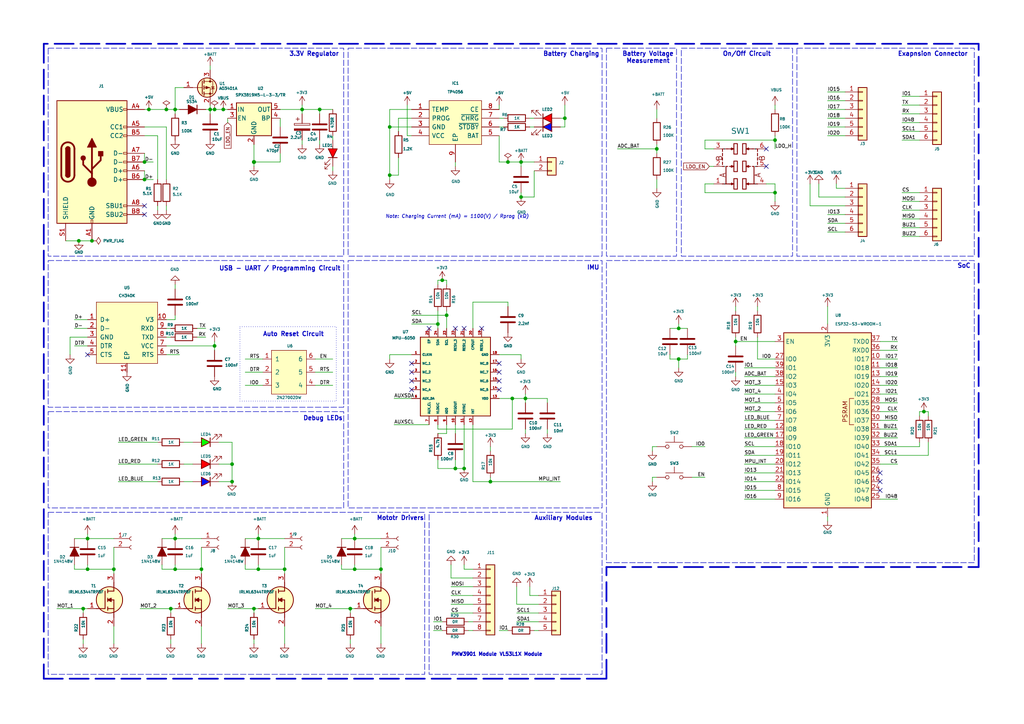
<source format=kicad_sch>
(kicad_sch (version 20250114) (generator "eeschema") (generator_version "9.0")
  (paper "A4")
  (title_block (title "LightWing") (date "2024-10-18") (rev "2.6.C") (company "Jobit Joseph  Semicon Media"))
  (rectangle (start 197.612 13.97) (end 229.87 74.295) (stroke (width 0) (type dash)))
  (rectangle (start 231.14 13.97) (end 282.575 74.295) (stroke (width 0) (type dash)))
  (rectangle (start 100.965 13.97) (end 174.625 74.295) (stroke (width 0) (type dash)))
  (rectangle (start 13.97 75.565) (end 99.695 118.11) (stroke (width 0) (type dash)))
  (rectangle (start 13.97 148.59) (end 123.19 195.58) (stroke (width 0) (type dash)))
  (rectangle (start 69.596 94.742) (end 97.536 116.332) (stroke (width 0) (type dot)))
  (rectangle (start 175.895 13.97) (end 196.215 74.295) (stroke (width 0) (type dash)))
  (rectangle (start 124.46 148.59) (end 174.625 195.58) (stroke (width 0) (type dash)))
  (rectangle (start 100.965 75.565) (end 174.625 147.32) (stroke (width 0) (type dash)))
  (rectangle (start 13.97 119.38) (end 99.695 147.32) (stroke (width 0) (type dash)))
  (rectangle (start 175.895 75.565) (end 282.575 163.195) (stroke (width 0) (type dash)))
  (rectangle (start 13.97 13.97) (end 99.695 74.295) (stroke (width 0) (type dash)))
  (text "Note: Charging Current (mA) = 1100(V) / Rprog (kΩ)" (at 111.76 63.5 0) (effects (font (size 1 1) (italic yes)) (justify left bottom)))
  (text "IMU" (at 170.18 78.486 0) (effects (font (size 1.27 1.27) (thickness 0.254) (bold yes)) (justify left bottom)))
  (text "VL53L1X Module" (at 144.78 190.5 0) (effects (font (size 1 1) (thickness 0.254) (bold yes)) (justify left bottom)))
  (text "Debug LEDs" (at 87.884 122.174 0) (effects (font (size 1.27 1.27) (thickness 0.254) (bold yes)) (justify left bottom)))
  (text "Battery Charging" (at 157.48 16.51 0) (effects (font (size 1.27 1.27) (thickness 0.254) (bold yes)) (justify left bottom)))
  (text "3.3V Regulator" (at 83.82 16.51 0) (effects (font (size 1.27 1.27) (thickness 0.254) (bold yes)) (justify left bottom)))
  (text "Battery Voltage\nMeasurement" (at 187.96 18.542 0) (effects (font (size 1.27 1.27) (thickness 0.254) (bold yes)) (justify bottom)))
  (text "Auto Reset Circuit" (at 76.2 97.79 0) (effects (font (size 1.27 1.27) (thickness 0.254) (bold yes)) (justify left bottom)))
  (text "USB - UART / Programming Circuit" (at 63.5 78.74 0) (effects (font (size 1.27 1.27) (thickness 0.254) (bold yes)) (justify left bottom)))
  (text "SoC" (at 277.622 77.978 0) (effects (font (size 1.27 1.27) (thickness 0.254) (bold yes)) (justify left bottom)))
  (text "Mototr Drivers" (at 109.22 151.13 0) (effects (font (size 1.27 1.27) (thickness 0.254) (bold yes)) (justify left bottom)))
  (text "Exapnsion Connector" (at 260.35 16.51 0) (effects (font (size 1.27 1.27) (thickness 0.254) (bold yes)) (justify left bottom)))
  (text "Auxiliary Modules" (at 154.94 151.13 0) (effects (font (size 1.27 1.27) (thickness 0.254) (bold yes)) (justify left bottom)))
  (text "On/Off Circuit" (at 209.55 16.51 0) (effects (font (size 1.27 1.27) (thickness 0.254) (bold yes)) (justify left bottom)))
  (text "PMW3901 Module" (at 130.81 190.5 0) (effects (font (size 1 1) (thickness 0.254) (bold yes)) (justify left bottom)))
  (junction (at 102.87 156.21))
  (junction (at 64.77 31.75))
  (junction (at 102.87 165.1))
  (junction (at 110.49 165.1))
  (junction (at 49.53 176.53))
  (junction (at 113.03 36.83))
  (junction (at 163.83 34.29))
  (junction (at 24.13 176.53))
  (junction (at 92.71 31.75))
  (junction (at 151.13 46.99))
  (junction (at 148.59 115.57))
  (junction (at 41.91 46.99))
  (junction (at 267.97 119.38))
  (junction (at 48.26 31.75))
  (junction (at 101.6 176.53))
  (junction (at 22.86 69.85))
  (junction (at 50.8 165.1))
  (junction (at 67.31 139.7))
  (junction (at 196.85 104.14))
  (junction (at 33.02 165.1))
  (junction (at 129.54 91.44))
  (junction (at 60.96 31.75))
  (junction (at 62.23 31.75))
  (junction (at 26.67 69.85))
  (junction (at 113.03 50.8))
  (junction (at 73.66 176.53))
  (junction (at 128.27 81.28))
  (junction (at 74.93 165.1))
  (junction (at 25.4 165.1))
  (junction (at 224.79 55.88))
  (junction (at 142.24 139.7))
  (junction (at 62.23 100.33))
  (junction (at 25.4 156.21))
  (junction (at 196.85 95.25))
  (junction (at 82.55 165.1))
  (junction (at 43.18 31.75))
  (junction (at 224.79 40.64))
  (junction (at 127 93.98))
  (junction (at 190.5 43.18))
  (junction (at 134.62 135.89))
  (junction (at 73.66 46.99) (diameter 1.016))
  (junction (at 74.93 156.21))
  (junction (at 132.08 135.89))
  (junction (at 58.42 165.1))
  (junction (at 50.8 31.75))
  (junction (at 213.36 99.06))
  (junction (at 41.91 52.07))
  (junction (at 50.8 156.21))
  (junction (at 87.63 31.75))
  (junction (at 151.13 57.15))
  (junction (at 152.4 115.57))
  (junction (at 147.32 46.99))
  (junction (at 67.31 134.62))
  (no_connect (at 134.62 95.25))
  (no_connect (at 255.27 137.16))
  (no_connect (at 139.7 95.25))
  (no_connect (at 144.78 110.49))
  (no_connect (at 119.38 110.49))
  (no_connect (at 41.91 59.69))
  (no_connect (at 144.78 113.03))
  (no_connect (at 222.25 48.26))
  (no_connect (at 41.91 62.23))
  (no_connect (at 25.4 102.87))
  (no_connect (at 144.78 107.95))
  (no_connect (at 119.38 113.03))
  (no_connect (at 144.78 105.41))
  (no_connect (at 255.27 139.7))
  (no_connect (at 124.46 95.25))
  (no_connect (at 132.08 95.25))
  (no_connect (at 222.25 43.18))
  (no_connect (at 119.38 107.95))
  (no_connect (at 119.38 105.41))
  (no_connect (at 255.27 142.24))
  (wire (pts (xy 137.16 95.25) (xy 137.16 87.63)))
  (wire (pts (xy 240.03 26.67) (xy 245.11 26.67)))
  (wire (pts (xy 190.5 54.61) (xy 190.5 52.07)))
  (wire (pts (xy 152.4 124.46) (xy 152.4 125.73)))
  (wire (pts (xy 81.28 36.83) (xy 81.28 34.29)))
  (wire (pts (xy 196.85 104.14) (xy 196.85 106.68)))
  (wire (pts (xy 260.35 101.6) (xy 255.27 101.6)))
  (wire (pts (xy 137.16 87.63) (xy 147.32 87.63)))
  (wire (pts (xy 213.36 88.9) (xy 213.36 90.17)))
  (polyline (pts (xy 175.895 164.465) (xy 283.845 164.465)) (stroke (width 0.5) (type dash)))
  (wire (pts (xy 118.11 30.48) (xy 118.11 39.37)))
  (wire (pts (xy 115.57 34.29) (xy 119.38 34.29)))
  (wire (pts (xy 19.05 69.85) (xy 22.86 69.85)))
  (wire (pts (xy 25.4 165.1) (xy 21.59 165.1)))
  (wire (pts (xy 132.08 133.35) (xy 132.08 135.89)))
  (wire (pts (xy 50.8 31.75) (xy 50.8 33.02)))
  (wire (pts (xy 224.79 39.37) (xy 224.79 40.64)))
  (wire (pts (xy 43.18 31.75) (xy 48.26 31.75)))
  (wire (pts (xy 261.62 60.96) (xy 266.7 60.96)))
  (wire (pts (xy 213.36 100.33) (xy 213.36 99.06)))
  (wire (pts (xy 59.69 31.75) (xy 60.96 31.75)))
  (wire (pts (xy 149.86 170.18) (xy 149.86 175.26)))
  (wire (pts (xy 91.44 111.76) (xy 96.52 111.76)))
  (wire (pts (xy 144.78 34.29) (xy 146.05 34.29)))
  (wire (pts (xy 190.5 31.75) (xy 190.5 34.29)))
  (wire (pts (xy 102.87 156.21) (xy 99.06 156.21)))
  (wire (pts (xy 59.69 97.79) (xy 57.15 97.79)))
  (wire (pts (xy 255.27 132.08) (xy 269.24 132.08)))
  (wire (pts (xy 163.83 30.48) (xy 163.83 34.29)))
  (wire (pts (xy 16.51 176.53) (xy 24.13 176.53)))
  (wire (pts (xy 240.03 151.13) (xy 240.03 149.86)))
  (wire (pts (xy 144.78 36.83) (xy 146.05 36.83)))
  (wire (pts (xy 127 93.98) (xy 127 95.25)))
  (wire (pts (xy 50.8 165.1) (xy 46.99 165.1)))
  (wire (pts (xy 156.21 172.72) (xy 153.67 172.72)))
  (wire (pts (xy 125.73 180.34) (xy 128.27 180.34)))
  (wire (pts (xy 129.54 81.28) (xy 128.27 81.28)))
  (wire (pts (xy 134.62 123.19) (xy 134.62 135.89)))
  (wire (pts (xy 45.72 139.7) (xy 34.29 139.7)))
  (wire (pts (xy 41.91 31.75) (xy 43.18 31.75)))
  (wire (pts (xy 113.03 31.75) (xy 113.03 36.83)))
  (wire (pts (xy 215.9 129.54) (xy 224.79 129.54)))
  (wire (pts (xy 40.64 176.53) (xy 49.53 176.53)))
  (wire (pts (xy 81.28 46.99) (xy 73.66 46.99)))
  (wire (pts (xy 261.62 68.58) (xy 266.7 68.58)))
  (wire (pts (xy 127 81.28) (xy 128.27 81.28)))
  (wire (pts (xy 127 133.35) (xy 127 135.89)))
  (wire (pts (xy 240.03 39.37) (xy 245.11 39.37)))
  (wire (pts (xy 48.26 95.25) (xy 49.53 95.25)))
  (wire (pts (xy 62.23 100.33) (xy 62.23 101.6)))
  (wire (pts (xy 269.24 120.65) (xy 269.24 119.38)))
  (wire (pts (xy 87.63 31.75) (xy 92.71 31.75)))
  (wire (pts (xy 224.79 30.48) (xy 224.79 31.75)))
  (wire (pts (xy 149.86 180.34) (xy 156.21 180.34)))
  (wire (pts (xy 144.78 115.57) (xy 148.59 115.57)))
  (wire (pts (xy 242.57 54.61) (xy 242.57 53.34)))
  (wire (pts (xy 151.13 46.99) (xy 154.94 46.99)))
  (wire (pts (xy 204.47 55.88) (xy 224.79 55.88)))
  (wire (pts (xy 25.4 95.25) (xy 21.59 95.25)))
  (wire (pts (xy 96.52 48.26) (xy 96.52 49.53)))
  (wire (pts (xy 50.8 25.4) (xy 50.8 31.75)))
  (wire (pts (xy 125.73 182.88) (xy 128.27 182.88)))
  (wire (pts (xy 137.16 167.64) (xy 130.81 167.64)))
  (wire (pts (xy 33.02 158.75) (xy 33.02 165.1)))
  (wire (pts (xy 127 90.17) (xy 127 93.98)))
  (wire (pts (xy 190.5 41.91) (xy 190.5 43.18)))
  (wire (pts (xy 240.03 88.9) (xy 240.03 93.98)))
  (wire (pts (xy 102.87 176.53) (xy 101.6 176.53)))
  (wire (pts (xy 113.03 102.87) (xy 113.03 104.14)))
  (wire (pts (xy 73.66 186.69) (xy 73.66 185.42)))
  (wire (pts (xy 204.47 129.54) (xy 200.66 129.54)))
  (wire (pts (xy 266.7 120.65) (xy 266.7 119.38)))
  (wire (pts (xy 215.9 119.38) (xy 224.79 119.38)))
  (wire (pts (xy 58.42 186.69) (xy 58.42 181.61)))
  (wire (pts (xy 153.67 34.29) (xy 154.94 34.29)))
  (wire (pts (xy 41.91 46.99) (xy 44.45 46.99)))
  (wire (pts (xy 87.63 30.48) (xy 87.63 31.75)))
  (wire (pts (xy 151.13 57.15) (xy 151.13 55.88)))
  (wire (pts (xy 50.8 91.44) (xy 50.8 92.71)))
  (wire (pts (xy 261.62 27.94) (xy 266.7 27.94)))
  (wire (pts (xy 87.63 40.64) (xy 87.63 41.91)))
  (wire (pts (xy 74.93 156.21) (xy 82.55 156.21)))
  (wire (pts (xy 261.62 30.48) (xy 266.7 30.48)))
  (wire (pts (xy 129.54 123.19) (xy 129.54 125.73)))
  (wire (pts (xy 154.94 182.88) (xy 156.21 182.88)))
  (wire (pts (xy 115.57 45.72) (xy 115.57 50.8)))
  (wire (pts (xy 207.01 43.18) (xy 204.47 43.18)))
  (wire (pts (xy 142.24 130.81) (xy 142.24 129.54)))
  (wire (pts (xy 53.34 25.4) (xy 50.8 25.4)))
  (wire (pts (xy 255.27 129.54) (xy 266.7 129.54)))
  (wire (pts (xy 25.4 154.94) (xy 25.4 156.21)))
  (wire (pts (xy 58.42 165.1) (xy 58.42 166.37)))
  (wire (pts (xy 260.35 134.62) (xy 255.27 134.62)))
  (wire (pts (xy 144.78 39.37) (xy 144.78 46.99)))
  (polyline (pts (xy 283.845 164.465) (xy 283.845 12.7)) (stroke (width 0.5) (type dash)))
  (wire (pts (xy 215.9 114.3) (xy 224.79 114.3)))
  (wire (pts (xy 64.77 31.75) (xy 66.04 31.75)))
  (wire (pts (xy 269.24 119.38) (xy 267.97 119.38)))
  (wire (pts (xy 144.78 46.99) (xy 147.32 46.99)))
  (wire (pts (xy 50.8 156.21) (xy 46.99 156.21)))
  (wire (pts (xy 110.49 156.21) (xy 102.87 156.21)))
  (wire (pts (xy 113.03 50.8) (xy 113.03 52.07)))
  (wire (pts (xy 260.35 121.92) (xy 255.27 121.92)))
  (wire (pts (xy 66.04 176.53) (xy 73.66 176.53)))
  (wire (pts (xy 119.38 36.83) (xy 113.03 36.83)))
  (wire (pts (xy 189.23 138.43) (xy 190.5 138.43)))
  (wire (pts (xy 260.35 144.78) (xy 255.27 144.78)))
  (wire (pts (xy 158.75 125.73) (xy 158.75 124.46)))
  (wire (pts (xy 25.4 163.83) (xy 25.4 165.1)))
  (wire (pts (xy 154.94 49.53) (xy 154.94 57.15)))
  (wire (pts (xy 53.34 128.27) (xy 55.88 128.27)))
  (wire (pts (xy 92.71 40.64) (xy 92.71 41.91)))
  (wire (pts (xy 204.47 43.18) (xy 204.47 40.64)))
  (wire (pts (xy 21.59 165.1) (xy 21.59 163.83)))
  (wire (pts (xy 87.63 31.75) (xy 87.63 33.02)))
  (wire (pts (xy 41.91 36.83) (xy 48.26 36.83)))
  (wire (pts (xy 224.79 40.64) (xy 224.79 43.18)))
  (wire (pts (xy 110.49 165.1) (xy 110.49 166.37)))
  (wire (pts (xy 48.26 97.79) (xy 49.53 97.79)))
  (wire (pts (xy 24.13 176.53) (xy 24.13 177.8)))
  (wire (pts (xy 115.57 50.8) (xy 113.03 50.8)))
  (wire (pts (xy 237.49 57.15) (xy 245.11 57.15)))
  (wire (pts (xy 196.85 93.98) (xy 196.85 95.25)))
  (wire (pts (xy 33.02 165.1) (xy 25.4 165.1)))
  (wire (pts (xy 67.31 128.27) (xy 67.31 134.62)))
  (wire (pts (xy 81.28 44.45) (xy 81.28 46.99)))
  (wire (pts (xy 215.9 109.22) (xy 224.79 109.22)))
  (wire (pts (xy 73.66 176.53) (xy 73.66 177.8)))
  (wire (pts (xy 53.34 134.62) (xy 55.88 134.62)))
  (wire (pts (xy 45.72 39.37) (xy 45.72 52.07)))
  (wire (pts (xy 240.03 67.31) (xy 245.11 67.31)))
  (wire (pts (xy 240.03 31.75) (xy 245.11 31.75)))
  (wire (pts (xy 189.23 139.7) (xy 189.23 138.43)))
  (wire (pts (xy 50.8 176.53) (xy 49.53 176.53)))
  (wire (pts (xy 240.03 34.29) (xy 245.11 34.29)))
  (wire (pts (xy 25.4 97.79) (xy 20.32 97.79)))
  (wire (pts (xy 130.81 167.64) (xy 130.81 163.83)))
  (wire (pts (xy 91.44 107.95) (xy 96.52 107.95)))
  (wire (pts (xy 152.4 114.3) (xy 152.4 115.57)))
  (wire (pts (xy 81.28 31.75) (xy 87.63 31.75)))
  (wire (pts (xy 215.9 134.62) (xy 224.79 134.62)))
  (wire (pts (xy 260.35 119.38) (xy 255.27 119.38)))
  (wire (pts (xy 189.23 129.54) (xy 190.5 129.54)))
  (wire (pts (xy 147.32 46.99) (xy 151.13 46.99)))
  (wire (pts (xy 219.71 88.9) (xy 219.71 90.17)))
  (wire (pts (xy 41.91 39.37) (xy 45.72 39.37)))
  (wire (pts (xy 260.35 99.06) (xy 255.27 99.06)))
  (wire (pts (xy 74.93 154.94) (xy 74.93 156.21)))
  (wire (pts (xy 127 135.89) (xy 132.08 135.89)))
  (wire (pts (xy 76.2 107.95) (xy 71.12 107.95)))
  (wire (pts (xy 115.57 38.1) (xy 115.57 34.29)))
  (wire (pts (xy 149.86 175.26) (xy 156.21 175.26)))
  (wire (pts (xy 60.96 31.75) (xy 60.96 33.02)))
  (wire (pts (xy 151.13 104.14) (xy 151.13 102.87)))
  (wire (pts (xy 49.53 186.69) (xy 49.53 185.42)))
  (wire (pts (xy 91.44 176.53) (xy 101.6 176.53)))
  (wire (pts (xy 63.5 139.7) (xy 67.31 139.7)))
  (wire (pts (xy 204.47 53.34) (xy 204.47 55.88)))
  (wire (pts (xy 142.24 138.43) (xy 142.24 139.7)))
  (wire (pts (xy 215.9 132.08) (xy 224.79 132.08)))
  (wire (pts (xy 96.52 39.37) (xy 96.52 40.64)))
  (wire (pts (xy 48.26 31.75) (xy 50.8 31.75)))
  (wire (pts (xy 74.93 156.21) (xy 71.12 156.21)))
  (wire (pts (xy 154.94 57.15) (xy 151.13 57.15)))
  (wire (pts (xy 110.49 158.75) (xy 110.49 165.1)))
  (wire (pts (xy 130.81 177.8) (xy 137.16 177.8)))
  (wire (pts (xy 261.62 63.5) (xy 266.7 63.5)))
  (wire (pts (xy 135.89 182.88) (xy 137.16 182.88)))
  (wire (pts (xy 135.89 180.34) (xy 137.16 180.34)))
  (wire (pts (xy 261.62 33.02) (xy 266.7 33.02)))
  (wire (pts (xy 237.49 57.15) (xy 237.49 53.34)))
  (wire (pts (xy 48.26 100.33) (xy 62.23 100.33)))
  (wire (pts (xy 101.6 186.69) (xy 101.6 185.42)))
  (wire (pts (xy 240.03 62.23) (xy 245.11 62.23)))
  (wire (pts (xy 50.8 163.83) (xy 50.8 165.1)))
  (wire (pts (xy 129.54 82.55) (xy 129.54 81.28)))
  (wire (pts (xy 48.26 60.96) (xy 48.26 59.69)))
  (wire (pts (xy 207.01 53.34) (xy 204.47 53.34)))
  (wire (pts (xy 190.5 43.18) (xy 190.5 44.45)))
  (wire (pts (xy 261.62 40.64) (xy 266.7 40.64)))
  (wire (pts (xy 49.53 176.53) (xy 49.53 177.8)))
  (wire (pts (xy 266.7 119.38) (xy 267.97 119.38)))
  (wire (pts (xy 132.08 135.89) (xy 134.62 135.89)))
  (wire (pts (xy 215.9 137.16) (xy 224.79 137.16)))
  (wire (pts (xy 73.66 46.99) (xy 73.66 48.26)))
  (wire (pts (xy 148.59 124.46) (xy 148.59 115.57)))
  (wire (pts (xy 113.03 36.83) (xy 113.03 50.8)))
  (wire (pts (xy 119.38 93.98) (xy 127 93.98)))
  (wire (pts (xy 41.91 52.07) (xy 44.45 52.07)))
  (wire (pts (xy 46.99 165.1) (xy 46.99 163.83)))
  (wire (pts (xy 82.55 165.1) (xy 74.93 165.1)))
  (wire (pts (xy 234.95 59.69) (xy 234.95 53.34)))
  (wire (pts (xy 25.4 100.33) (xy 21.59 100.33)))
  (wire (pts (xy 261.62 55.88) (xy 266.7 55.88)))
  (wire (pts (xy 142.24 139.7) (xy 162.56 139.7)))
  (wire (pts (xy 25.4 156.21) (xy 33.02 156.21)))
  (wire (pts (xy 48.26 102.87) (xy 52.07 102.87)))
  (wire (pts (xy 50.8 83.82) (xy 50.8 82.55)))
  (wire (pts (xy 48.26 92.71) (xy 50.8 92.71)))
  (wire (pts (xy 215.9 106.68) (xy 224.79 106.68)))
  (wire (pts (xy 62.23 31.75) (xy 64.77 31.75)))
  (wire (pts (xy 260.35 116.84) (xy 255.27 116.84)))
  (wire (pts (xy 50.8 31.75) (xy 52.07 31.75)))
  (wire (pts (xy 82.55 165.1) (xy 82.55 166.37)))
  (wire (pts (xy 132.08 123.19) (xy 132.08 125.73)))
  (wire (pts (xy 48.26 36.83) (xy 48.26 52.07)))
  (wire (pts (xy 215.9 124.46) (xy 224.79 124.46)))
  (wire (pts (xy 234.95 59.69) (xy 245.11 59.69)))
  (wire (pts (xy 33.02 186.69) (xy 33.02 181.61)))
  (wire (pts (xy 127 125.73) (xy 129.54 125.73)))
  (wire (pts (xy 266.7 128.27) (xy 266.7 129.54)))
  (wire (pts (xy 158.75 115.57) (xy 152.4 115.57)))
  (wire (pts (xy 53.34 139.7) (xy 55.88 139.7)))
  (wire (pts (xy 45.72 134.62) (xy 34.29 134.62)))
  (wire (pts (xy 92.71 31.75) (xy 96.52 31.75)))
  (wire (pts (xy 261.62 58.42) (xy 266.7 58.42)))
  (wire (pts (xy 144.78 182.88) (xy 147.32 182.88)))
  (wire (pts (xy 137.16 123.19) (xy 137.16 139.7)))
  (wire (pts (xy 224.79 53.34) (xy 224.79 55.88)))
  (wire (pts (xy 25.4 92.71) (xy 21.59 92.71)))
  (wire (pts (xy 102.87 163.83) (xy 102.87 165.1)))
  (wire (pts (xy 76.2 104.14) (xy 71.12 104.14)))
  (wire (pts (xy 110.49 165.1) (xy 102.87 165.1)))
  (wire (pts (xy 215.9 144.78) (xy 224.79 144.78)))
  (wire (pts (xy 240.03 29.21) (xy 245.11 29.21)))
  (wire (pts (xy 73.66 41.91) (xy 73.66 46.99)))
  (wire (pts (xy 130.81 175.26) (xy 137.16 175.26)))
  (wire (pts (xy 148.59 115.57) (xy 152.4 115.57)))
  (wire (pts (xy 119.38 102.87) (xy 113.03 102.87)))
  (wire (pts (xy 204.47 40.64) (xy 224.79 40.64)))
  (wire (pts (xy 60.96 30.48) (xy 60.96 31.75)))
  (polyline (pts (xy 12.7 12.7) (xy 12.7 196.85)) (stroke (width 0.5) (type dash)))
  (wire (pts (xy 20.32 97.79) (xy 20.32 102.87)))
  (wire (pts (xy 114.3 123.19) (xy 124.46 123.19)))
  (wire (pts (xy 147.32 87.63) (xy 147.32 88.9)))
  (wire (pts (xy 189.23 130.81) (xy 189.23 129.54)))
  (wire (pts (xy 144.78 30.48) (xy 144.78 31.75)))
  (wire (pts (xy 260.35 114.3) (xy 255.27 114.3)))
  (wire (pts (xy 153.67 36.83) (xy 154.94 36.83)))
  (wire (pts (xy 196.85 95.25) (xy 199.39 95.25)))
  (wire (pts (xy 196.85 104.14) (xy 199.39 104.14)))
  (wire (pts (xy 260.35 104.14) (xy 255.27 104.14)))
  (wire (pts (xy 91.44 104.14) (xy 96.52 104.14)))
  (wire (pts (xy 215.9 142.24) (xy 224.79 142.24)))
  (wire (pts (xy 158.75 116.84) (xy 158.75 115.57)))
  (wire (pts (xy 222.25 53.34) (xy 224.79 53.34)))
  (wire (pts (xy 62.23 99.06) (xy 62.23 100.33)))
  (wire (pts (xy 57.15 95.25) (xy 59.69 95.25)))
  (wire (pts (xy 110.49 186.69) (xy 110.49 181.61)))
  (wire (pts (xy 67.31 134.62) (xy 67.31 139.7)))
  (wire (pts (xy 194.31 104.14) (xy 196.85 104.14)))
  (wire (pts (xy 215.9 139.7) (xy 224.79 139.7)))
  (wire (pts (xy 215.9 116.84) (xy 224.79 116.84)))
  (wire (pts (xy 137.16 139.7) (xy 142.24 139.7)))
  (wire (pts (xy 74.93 163.83) (xy 74.93 165.1)))
  (wire (pts (xy 162.56 36.83) (xy 163.83 36.83)))
  (wire (pts (xy 162.56 34.29) (xy 163.83 34.29)))
  (wire (pts (xy 207.01 48.26) (xy 205.74 48.26)))
  (wire (pts (xy 101.6 176.53) (xy 101.6 177.8)))
  (wire (pts (xy 152.4 115.57) (xy 152.4 116.84)))
  (wire (pts (xy 260.35 124.46) (xy 255.27 124.46)))
  (wire (pts (xy 215.9 111.76) (xy 224.79 111.76)))
  (wire (pts (xy 41.91 44.45) (xy 41.91 46.99)))
  (wire (pts (xy 33.02 165.1) (xy 33.02 166.37)))
  (polyline (pts (xy 175.895 196.85) (xy 175.895 164.465)) (stroke (width 0.5) (type dash)))
  (wire (pts (xy 224.79 104.14) (xy 219.71 104.14)))
  (wire (pts (xy 261.62 35.56) (xy 266.7 35.56)))
  (wire (pts (xy 63.5 128.27) (xy 67.31 128.27)))
  (wire (pts (xy 240.03 64.77) (xy 245.11 64.77)))
  (wire (pts (xy 260.35 111.76) (xy 255.27 111.76)))
  (polyline (pts (xy 283.845 12.7) (xy 12.7 12.7)) (stroke (width 0.5) (type dash)))
  (wire (pts (xy 194.31 95.25) (xy 196.85 95.25)))
  (polyline (pts (xy 12.7 196.85) (xy 175.895 196.85)) (stroke (width 0.5) (type dash)))
  (wire (pts (xy 163.83 34.29) (xy 163.83 36.83)))
  (wire (pts (xy 269.24 128.27) (xy 269.24 132.08)))
  (wire (pts (xy 99.06 165.1) (xy 99.06 163.83)))
  (wire (pts (xy 45.72 60.96) (xy 45.72 59.69)))
  (wire (pts (xy 132.08 48.26) (xy 132.08 46.99)))
  (wire (pts (xy 179.07 43.18) (xy 190.5 43.18)))
  (wire (pts (xy 60.96 19.05) (xy 60.96 20.32)))
  (wire (pts (xy 63.5 134.62) (xy 67.31 134.62)))
  (wire (pts (xy 194.31 102.87) (xy 194.31 104.14)))
  (wire (pts (xy 58.42 156.21) (xy 50.8 156.21)))
  (wire (pts (xy 213.36 107.95) (xy 213.36 109.22)))
  (wire (pts (xy 130.81 172.72) (xy 137.16 172.72)))
  (wire (pts (xy 82.55 158.75) (xy 82.55 165.1)))
  (wire (pts (xy 26.67 69.85) (xy 22.86 69.85)))
  (wire (pts (xy 151.13 102.87) (xy 144.78 102.87)))
  (wire (pts (xy 260.35 127) (xy 255.27 127)))
  (wire (pts (xy 137.16 165.1) (xy 134.62 165.1)))
  (wire (pts (xy 102.87 154.94) (xy 102.87 156.21)))
  (wire (pts (xy 129.54 90.17) (xy 129.54 91.44)))
  (wire (pts (xy 58.42 158.75) (xy 58.42 165.1)))
  (wire (pts (xy 153.67 172.72) (xy 153.67 170.18)))
  (wire (pts (xy 149.86 177.8) (xy 156.21 177.8)))
  (wire (pts (xy 24.13 186.69) (xy 24.13 185.42)))
  (wire (pts (xy 92.71 33.02) (xy 92.71 31.75)))
  (wire (pts (xy 25.4 176.53) (xy 24.13 176.53)))
  (wire (pts (xy 260.35 109.22) (xy 255.27 109.22)))
  (wire (pts (xy 74.93 176.53) (xy 73.66 176.53)))
  (wire (pts (xy 213.36 99.06) (xy 213.36 97.79)))
  (wire (pts (xy 74.93 165.1) (xy 71.12 165.1)))
  (wire (pts (xy 213.36 99.06) (xy 224.79 99.06)))
  (wire (pts (xy 114.3 115.57) (xy 119.38 115.57)))
  (wire (pts (xy 50.8 154.94) (xy 50.8 156.21)))
  (wire (pts (xy 224.79 55.88) (xy 224.79 58.42)))
  (wire (pts (xy 21.59 156.21) (xy 25.4 156.21)))
  (wire (pts (xy 151.13 46.99) (xy 151.13 48.26)))
  (wire (pts (xy 127 124.46) (xy 127 123.19)))
  (wire (pts (xy 130.81 170.18) (xy 137.16 170.18)))
  (wire (pts (xy 58.42 165.1) (xy 50.8 165.1)))
  (wire (pts (xy 71.12 165.1) (xy 71.12 163.83)))
  (wire (pts (xy 119.38 31.75) (xy 113.03 31.75)))
  (wire (pts (xy 82.55 186.69) (xy 82.55 181.61)))
  (wire (pts (xy 242.57 54.61) (xy 245.11 54.61)))
  (wire (pts (xy 60.96 31.75) (xy 62.23 31.75)))
  (wire (pts (xy 215.9 127) (xy 224.79 127)))
  (wire (pts (xy 129.54 95.25) (xy 129.54 91.44)))
  (wire (pts (xy 204.47 138.43) (xy 200.66 138.43)))
  (wire (pts (xy 45.72 128.27) (xy 34.29 128.27)))
  (wire (pts (xy 66.04 35.56) (xy 66.04 34.29)))
  (wire (pts (xy 119.38 91.44) (xy 129.54 91.44)))
  (wire (pts (xy 127 82.55) (xy 127 81.28)))
  (wire (pts (xy 134.62 165.1) (xy 134.62 163.83)))
  (wire (pts (xy 102.87 165.1) (xy 99.06 165.1)))
  (wire (pts (xy 260.35 106.68) (xy 255.27 106.68)))
  (wire (pts (xy 199.39 104.14) (xy 199.39 102.87)))
  (wire (pts (xy 119.38 39.37) (xy 118.11 39.37)))
  (wire (pts (xy 76.2 111.76) (xy 71.12 111.76)))
  (wire (pts (xy 215.9 121.92) (xy 224.79 121.92)))
  (wire (pts (xy 240.03 36.83) (xy 245.11 36.83)))
  (wire (pts (xy 219.71 97.79) (xy 219.71 104.14)))
  (wire (pts (xy 261.62 38.1) (xy 266.7 38.1)))
  (wire (pts (xy 127 124.46) (xy 148.59 124.46)))
  (wire (pts (xy 261.62 66.04) (xy 266.7 66.04)))
  (wire (pts (xy 41.91 49.53) (xy 41.91 52.07)))
  (label "DTR" (at 92.71 111.76 0) (effects (font (size 1 1))))
  (label "IO17" (at 260.35 104.14 180) (effects (font (size 1 1))))
  (label "IO48" (at 261.62 35.56 0) (effects (font (size 1 1))))
  (label "SCL1" (at 260.35 132.08 180) (effects (font (size 1 1))))
  (label "AUXSDA" (at 114.3 115.57 0) (effects (font (size 1 1))))
  (label "MOT_2" (at 40.64 176.53 0) (effects (font (size 1 1))))
  (label "LDO_H" (at 224.79 43.18 0) (effects (font (size 1 1))))
  (label "IO19" (at 240.03 36.83 0) (effects (font (size 1 1))))
  (label "LED_GREEN" (at 34.29 128.27 0) (effects (font (size 1 1))))
  (label "CS" (at 130.81 177.8 0) (effects (font (size 1 1))))
  (label "MOSI" (at 130.81 170.18 0) (effects (font (size 1 1))))
  (label "EN" (at 214.63 99.06 0) (effects (font (size 1 1))))
  (label "CS" (at 261.62 55.88 0) (effects (font (size 1 1))))
  (label "BUZ1" (at 260.35 124.46 180) (effects (font (size 1 1))))
  (label "SCL" (at 215.9 129.54 0) (effects (font (size 1 1))))
  (label "SDA" (at 119.38 93.98 0) (effects (font (size 1 1))))
  (label "IO1" (at 125.73 182.88 0) (effects (font (size 1 1))))
  (label "IO15" (at 240.03 26.67 0) (effects (font (size 1 1))))
  (label "CS" (at 260.35 134.62 180) (effects (font (size 1 1))))
  (label "SDA1" (at 260.35 129.54 180) (effects (font (size 1 1))))
  (label "IO17" (at 240.03 31.75 0) (effects (font (size 1 1))))
  (label "MISO" (at 130.81 175.26 0) (effects (font (size 1 1))))
  (label "IO20" (at 240.03 39.37 0) (effects (font (size 1 1))))
  (label "TX" (at 261.62 30.48 0) (effects (font (size 1 1))))
  (label "BUZ2" (at 260.35 127 180) (effects (font (size 1 1))))
  (label "MOT_1" (at 215.9 116.84 0) (effects (font (size 1 1))))
  (label "CLK" (at 130.81 172.72 0) (effects (font (size 1 1))))
  (label "EN" (at 204.47 138.43 180) (effects (font (size 1 1))))
  (label "LED_GREEN" (at 215.9 127 0) (effects (font (size 1 1))))
  (label "RX" (at 59.69 97.79 180) (effects (font (size 1 1))))
  (label "MOSI" (at 260.35 116.84 180) (effects (font (size 1 1))))
  (label "LED_BLUE" (at 215.9 121.92 0) (effects (font (size 1 1))))
  (label "ADC_BAT" (at 215.9 109.22 0) (effects (font (size 1 1))))
  (label "RTS" (at 92.71 107.95 0) (effects (font (size 1 1))))
  (label "CLK" (at 260.35 119.38 180) (effects (font (size 1 1))))
  (label "ADC_BAT" (at 179.07 43.18 0) (effects (font (size 1 1))))
  (label "SCL1" (at 149.86 177.8 0) (effects (font (size 1 1))))
  (label "D-" (at 21.59 95.25 0) (effects (font (size 1 1))))
  (label "SCL" (at 119.38 91.44 0) (effects (font (size 1 1))))
  (label "IO13" (at 240.03 62.23 0) (effects (font (size 1 1))))
  (label "IO19" (at 260.35 109.22 180) (effects (font (size 1 1))))
  (label "AUXSCL" (at 114.3 123.19 0) (effects (font (size 1 1))))
  (label "IO0" (at 220.98 104.14 0) (effects (font (size 1 1))))
  (label "IO16" (at 215.9 144.78 0) (effects (font (size 1 1))))
  (label "TX" (at 59.69 95.25 180) (effects (font (size 1 1))))
  (label "DTR" (at 21.59 100.33 0) (effects (font (size 1 1))))
  (label "RX" (at 260.35 101.6 180) (effects (font (size 1 1))))
  (label "IO18" (at 260.35 106.68 180) (effects (font (size 1 1))))
  (label "MOT_3" (at 215.9 111.76 0) (effects (font (size 1 1))))
  (label "MOT_4" (at 215.9 114.3 0) (effects (font (size 1 1))))
  (label "MOSI" (at 261.62 58.42 0) (effects (font (size 1 1))))
  (label "LED_RED" (at 215.9 124.46 0) (effects (font (size 1 1))))
  (label "RTS" (at 72.39 104.14 0) (effects (font (size 1 1))))
  (label "SCL" (at 240.03 67.31 0) (effects (font (size 1 1))))
  (label "IO15" (at 215.9 142.24 0) (effects (font (size 1 1))))
  (label "MOT_3" (at 66.04 176.53 0) (effects (font (size 1 1))))
  (label "SDA" (at 215.9 132.08 0) (effects (font (size 1 1))))
  (label "IO1" (at 125.73 180.34 0) (effects (font (size 1 1))))
  (label "CLK" (at 261.62 60.96 0) (effects (font (size 1 1))))
  (label "MPU_INT" (at 162.56 139.7 180) (effects (font (size 1 1))))
  (label "MOT_4" (at 91.44 176.53 0) (effects (font (size 1 1))))
  (label "IO1" (at 261.62 27.94 0) (effects (font (size 1 1))))
  (label "D+" (at 44.45 52.07 180) (effects (font (size 1 1))))
  (label "SDA1" (at 261.62 40.64 0) (effects (font (size 1 1))))
  (label "DTR" (at 72.39 107.95 0) (effects (font (size 1 1))))
  (label "SDA" (at 240.03 64.77 0) (effects (font (size 1 1))))
  (label "SDA1" (at 149.86 180.34 0) (effects (font (size 1 1))))
  (label "IO13" (at 215.9 137.16 0) (effects (font (size 1 1))))
  (label "IO14" (at 215.9 139.7 0) (effects (font (size 1 1))))
  (label "IO1" (at 215.9 106.68 0) (effects (font (size 1 1))))
  (label "MISO" (at 260.35 121.92 180) (effects (font (size 1 1))))
  (label "MOT_1" (at 16.51 176.53 0) (effects (font (size 1 1))))
  (label "IO48" (at 260.35 144.78 180) (effects (font (size 1 1))))
  (label "EN" (at 92.71 104.14 0) (effects (font (size 1 1))))
  (label "IO20" (at 260.35 111.76 180) (effects (font (size 1 1))))
  (label "IO1" (at 144.78 182.88 0) (effects (font (size 1 1))))
  (label "MOT_2" (at 215.9 119.38 0) (effects (font (size 1 1))))
  (label "IO16" (at 240.03 29.21 0) (effects (font (size 1 1))))
  (label "TX" (at 260.35 99.06 180) (effects (font (size 1 1))))
  (label "SCL1" (at 261.62 38.1 0) (effects (font (size 1 1))))
  (label "D+" (at 21.59 92.71 0) (effects (font (size 1 1))))
  (label "LED_RED" (at 34.29 134.62 0) (effects (font (size 1 1))))
  (label "LED_BLUE" (at 34.29 139.7 0) (effects (font (size 1 1))))
  (label "BUZ2" (at 261.62 68.58 0) (effects (font (size 1 1))))
  (label "RTS" (at 52.07 102.87 180) (effects (font (size 1 1))))
  (label "RX" (at 261.62 33.02 0) (effects (font (size 1 1))))
  (label "IO18" (at 240.03 34.29 0) (effects (font (size 1 1))))
  (label "IO0" (at 72.39 111.76 0) (effects (font (size 1 1))))
  (label "BUZ1" (at 261.62 66.04 0) (effects (font (size 1 1))))
  (label "MPU_INT" (at 215.9 134.62 0) (effects (font (size 1 1))))
  (label "IO0" (at 204.47 129.54 180) (effects (font (size 1 1))))
  (label "MISO" (at 261.62 63.5 0) (effects (font (size 1 1))))
  (label "D-" (at 44.45 46.99 180) (effects (font (size 1 1))))
  (label "IO21" (at 260.35 114.3 180) (effects (font (size 1 1))))
  (global_label "LDO_EN" (shape input) (at 205.74 48.26 180) (effects (font (size 1 1))) (property "Intersheetrefs" "${INTERSHEET_REFS}" (effects (hide yes))))
  (global_label "LDO_EN" (shape input) (at 66.04 35.56 270) (effects (font (size 1 1))) (property "Intersheetrefs" "${INTERSHEET_REFS}" (effects (hide yes))))
  (symbol (lib_id "Library:GND") (at 22.86 69.85 0) (unit 1)
    (property "Reference" "#PWR0127" (effects (hide yes)))
    (property "Value" "GND" (at 22.86 73.152 0) (effects (font (size 0.8 0.8))))
  )
  (symbol (lib_id "Library:+BATT") (at 190.5 31.75 0) (unit 1)
    (property "Reference" "#PWR0102" (effects (hide yes)))
    (property "Value" "+BATT" (at 190.881 27.3558 0) (effects (font (size 0.8 0.8))))
  )
  (symbol (lib_id "Library:GND") (at 50.8 40.64 0) (unit 1)
    (property "Reference" "#PWR0130" (effects (hide yes)))
    (property "Value" "GND" (at 50.8 44.45 0) (effects (font (size 0.8 0.8))))
  )
  (symbol (lib_name "1N4148W_1") (lib_id "Library:1N4148W_1") (at 99.06 160.02 270) (unit 1)
    (property "Reference" "D5" (at 94.742 161.544 90) (effects (font (size 0.8 0.8)) (justify left)))
    (property "Value" "1N4148W" (at 92.964 162.814 90) (effects (font (size 0.8 0.8)) (justify left)))
    (property "Footprint" "Library:D_SOD-123F" (effects (hide yes)))
    (property "Datasheet" "https://www.vishay.com/docs/85748/1n4148w.pdf" (effects (hide yes)))
    (property "LCSC Part #" "C81598" (effects (hide yes)))
    (property "LCSC Link" "https://www.lcsc.com/product-detail/Switching-Diodes_ST-Semtech-1N4148W_C81598.html" (effects (hide yes)))
    (property "MFR.Part #" "1N4148W" (effects (hide yes)))
    (property "Manufacturer" "ST(Semtech)" (effects (hide yes)))
    (property "Package" "SOD-123" (effects (hide yes)))
    (property "JLCA Type" "Basic" (effects (hide yes)))
  )
  (symbol (lib_name "SI2302DS-T1_1") (lib_id "Library:SI2302DS-T1_1") (at 25.4 176.53 0) (unit 1)
    (property "Reference" "T1" (at 26.416 169.926 0) (effects (font (size 0.8 0.8)) (justify left)))
    (property "Value" "IRLML6344TRPBF" (at 19.812 171.704 0) (effects (font (size 0.8 0.8)) (justify left)))
    (property "Footprint" "Library:SOT95P237X112-3N" (effects (hide yes)))
    (property "Datasheet" "https://www.lcsc.com/datasheet/lcsc_datasheet_2305231118_HXY-MOSFET-IRLML6344TRPBF-HXY_C6285738.pdf" (effects (hide yes)))
    (property "LCSC Part #" "C6285738 " (effects (hide yes)))
    (property "LCSC Link" "https://www.lcsc.com/product-detail/MOSFETs_HXY-MOSFET-IRLML6344TRPBF-HXY_C6285738.html" (effects (hide yes)))
    (property "MFR.Part #" "IRLML6344TRPBF-HXY" (effects (hide yes)))
    (property "Manufacturer" " HXY MOSFET" (effects (hide yes)))
    (property "Package" "SOT-23" (effects (hide yes)))
    (property "JLCA Type" "Extended" (effects (hide yes)))
  )
  (symbol (lib_id "Library:R") (at 96.52 35.56 180) (unit 1)
    (property "Reference" "R4" (at 95.631 39.624 0) (effects (font (size 0.8 0.8))))
    (property "Value" "470R" (at 96.4184 35.56 90) (effects (font (size 0.8 0.8))))
    (property "Footprint" "Library:R_0603_1608Metric" (effects (hide yes)))
    (property "Datasheet" "https://www.lcsc.com/datasheet/lcsc_datasheet_2206010116_UNI-ROYAL-Uniroyal-Elec-0603WAF4700T5E_C23179.pdf" (effects (hide yes)))
    (property "LCSC Part #" "C23179" (effects (hide yes)))
    (property "LCSC Link" "https://www.lcsc.com/product-detail/Chip-Resistor-Surface-Mount_UNI-ROYAL-Uniroyal-Elec-0603WAF4700T5E_C23179.html" (effects (hide yes)))
    (property "MFR.Part #" "0603WAF4700T5E" (effects (hide yes)))
    (property "Manufacturer" "UNI-ROYAL(Uniroyal Elec)" (effects (hide yes)))
    (property "Package" "R0603" (effects (hide yes)))
    (property "JLCA Type" "Basic" (effects (hide yes)))
  )
  (symbol (lib_id "Library:Conn_01x06") (at 250.19 31.75 0) (unit 1) (in_bom no)
    (property "Reference" "J3" (at 249.428 41.656 0) (effects (font (size 0.8 0.8)) (justify left)))
    (property "Value" "Conn_01x06" (effects (hide yes)))
    (property "Footprint" "Library:PinHeader_1x06_P2.54mm_Vertical" (effects (hide yes)))
    (property "Description" "Generic connector, single row, 01x06, script generated (kicad-library-utils/schlib/autogen/connector/)" (effects (hide yes)))
  )
  (symbol (lib_id "Library:R") (at 115.57 41.91 0) (unit 1)
    (property "Reference" "R5" (at 116.84 40.64 0) (effects (font (size 0.8 0.8)) (justify left)))
    (property "Value" "1.2K" (at 116.84 43.18 0) (effects (font (size 0.8 0.8)) (justify left)))
    (property "Footprint" "Library:R_0603_1608Metric" (effects (hide yes)))
    (property "Datasheet" "https://www.lcsc.com/datasheet/lcsc_datasheet_2206010130_UNI-ROYAL-Uniroyal-Elec-0603WAF1201T5E_C22765.pdf" (effects (hide yes)))
    (property "LCSC Part #" "C22765" (effects (hide yes)))
    (property "LCSC Link" "https://www.lcsc.com/product-detail/Chip-Resistor-Surface-Mount_UNI-ROYAL-Uniroyal-Elec-0603WAF1201T5E_C22765.html" (effects (hide yes)))
    (property "MFR.Part #" "0603WAF1201T5E" (effects (hide yes)))
    (property "Manufacturer" "UNI-ROYAL(Uniroyal Elec)" (effects (hide yes)))
    (property "Package" "R0603" (effects (hide yes)))
    (property "JLCA Type" "Basic" (effects (hide yes)))
  )
  (symbol (lib_id "Library:+BATT") (at 25.4 154.94 0) (unit 1)
    (property "Reference" "#PWR0138" (effects (hide yes)))
    (property "Value" "+BATT" (at 25.781 150.5458 0) (effects (font (size 0.8 0.8))))
  )
  (symbol (lib_id "Library:C") (at 102.87 160.02 0) (unit 1)
    (property "Reference" "C18" (at 105.791 158.8516 0) (effects (font (size 0.8 0.8)) (justify left)))
    (property "Value" "1uF" (at 105.791 161.163 0) (effects (font (size 0.8 0.8)) (justify left)))
    (property "Footprint" "Library:C_0603_1608Metric" (effects (hide yes)))
    (property "Datasheet" "https://www.lcsc.com/datasheet/lcsc_datasheet_2304140030_Samsung-Electro-Mechanics-CL10A105KB8NNNC_C15849.pdf" (effects (hide yes)))
    (property "LCSC Part #" "C15849" (effects (hide yes)))
    (property "LCSC Link" "https://www.lcsc.com/product-detail/Multilayer-Ceramic-Capacitors-MLCC-SMD-SMT_Samsung-Electro-Mechanics-CL10A105KB8NNNC_C15849.html" (effects (hide yes)))
    (property "MFR.Part #" "CL10A105KB8NNNC" (effects (hide yes)))
    (property "Manufacturer" "Samsung Electro-Mechanics" (effects (hide yes)))
    (property "Package" "C0603" (effects (hide yes)))
    (property "JLCA Type" "Basic" (effects (hide yes)))
  )
  (symbol (lib_id "Library:R") (at 50.8 36.83 0) (unit 1)
    (property "Reference" "R3" (at 52.578 35.6616 0) (effects (font (size 0.8 0.8)) (justify left)))
    (property "Value" "100K" (at 52.578 37.973 0) (effects (font (size 0.8 0.8)) (justify left)))
    (property "Footprint" "Library:R_0603_1608Metric" (effects (hide yes)))
    (property "Datasheet" "https://www.lcsc.com/datasheet/lcsc_datasheet_2206010045_UNI-ROYAL-Uniroyal-Elec-0603WAF1003T5E_C25803.pdf" (effects (hide yes)))
    (property "LCSC Part #" "C25803" (effects (hide yes)))
    (property "LCSC Link" "https://www.lcsc.com/product-detail/Chip-Resistor-Surface-Mount_UNI-ROYAL-Uniroyal-Elec-0603WAF1003T5E_C25803.html" (effects (hide yes)))
    (property "MFR.Part #" "0603WAF1003T5E" (effects (hide yes)))
    (property "Manufacturer" " UNI-ROYAL(Uniroyal Elec)" (effects (hide yes)))
    (property "Package" "R0603" (effects (hide yes)))
    (property "JLCA Type" "Basic" (effects (hide yes)))
  )
  (symbol (lib_name "LED_5") (lib_id "Library:LED_5") (at 59.69 139.7 180) (unit 1)
    (property "Reference" "LED6" (at 59.69 137.414 0) (effects (font (size 0.8 0.8))))
    (property "Value" "LED_Blue" (effects (hide yes)))
    (property "Footprint" "Library:LED_0603_1608Metric" (effects (hide yes)))
    (property "Datasheet" "https://www.lcsc.com/datasheet/lcsc_datasheet_1810220913_Hubei-KENTO-Elec-KT-0603B_C2288.pdf" (effects (hide yes)))
    (property "LCSC Part #" "C2288" (effects (hide yes)))
    (property "LCSC Link" "https://www.lcsc.com/product-detail/LED-Indication-Discrete_Hubei-KENTO-Elec-KT-0603B_C2288.html" (effects (hide yes)))
    (property "MFR.Part #" "KT-0603B" (effects (hide yes)))
    (property "Manufacturer" "Hubei KENTO Elec" (effects (hide yes)))
    (property "Package" "LED0603" (effects (hide yes)))
    (property "JLCA Type" "Basic" (effects (hide yes)))
  )
  (symbol (lib_id "Library:+3V3") (at 196.85 93.98 0) (unit 1)
    (property "Reference" "#PWR0114" (effects (hide yes)))
    (property "Value" "+3V3" (at 196.723 90.3478 0) (effects (font (size 0.8 0.8))))
  )
  (symbol (lib_name "LED_4") (lib_id "Library:LED_4") (at 96.52 44.45 270) (mirror x) (unit 1)
    (property "Reference" "LED1" (at 94.996 42.164 90) (effects (font (size 0.8 0.8))))
    (property "Value" "LED_Red" (effects (hide yes)))
    (property "Footprint" "Library:LED_0603_1608Metric" (effects (hide yes)))
    (property "Datasheet" "https://www.lcsc.com/datasheet/lcsc_datasheet_1810231112_Hubei-KENTO-Elec-KT-0603R_C2286.pdf" (effects (hide yes)))
    (property "LCSC Part #" "C2286" (effects (hide yes)))
    (property "LCSC Link" "https://www.lcsc.com/product-detail/LED-Indication-Discrete_Hubei-KENTO-Elec-KT-0603R_C2286.html" (effects (hide yes)))
    (property "MFR.Part #" "KT-0603R" (effects (hide yes)))
    (property "Manufacturer" "Hubei KENTO Elec" (effects (hide yes)))
    (property "Package" "LED0603" (effects (hide yes)))
    (property "JLCA Type" "Basic" (effects (hide yes)))
  )
  (symbol (lib_id "Library:GND") (at 190.5 54.61 0) (unit 1)
    (property "Reference" "#PWR0101" (effects (hide yes)))
    (property "Value" "GND" (at 190.627 57.8612 90) (effects (font (size 0.8 0.8)) (justify right)))
  )
  (symbol (lib_name "SI2302DS-T1_1") (lib_id "Library:SI2302DS-T1_1") (at 50.8 176.53 0) (unit 1)
    (property "Reference" "T2" (at 51.816 169.926 0) (effects (font (size 0.8 0.8)) (justify left)))
    (property "Value" "IRLML6344TRPBF" (at 45.212 171.704 0) (effects (font (size 0.8 0.8)) (justify left)))
    (property "Footprint" "Library:SOT95P237X112-3N" (effects (hide yes)))
    (property "Datasheet" "https://www.lcsc.com/datasheet/lcsc_datasheet_2305231118_HXY-MOSFET-IRLML6344TRPBF-HXY_C6285738.pdf" (effects (hide yes)))
    (property "LCSC Part #" "C6285738 " (effects (hide yes)))
    (property "LCSC Link" "https://www.lcsc.com/product-detail/MOSFETs_HXY-MOSFET-IRLML6344TRPBF-HXY_C6285738.html" (effects (hide yes)))
    (property "MFR.Part #" "IRLML6344TRPBF-HXY" (effects (hide yes)))
    (property "Manufacturer" " HXY MOSFET" (effects (hide yes)))
    (property "Package" "SOT-23" (effects (hide yes)))
    (property "JLCA Type" "Extended" (effects (hide yes)))
  )
  (symbol (lib_id "Library:DDC114TU-7-F-my") (at 83.82 107.95 0) (unit 1)
    (property "Reference" "U6" (at 84.074 100.33 0) (effects (font (size 0.8 0.8))))
    (property "Value" "2N27002DW" (at 83.82 115.316 0) (effects (font (size 0.8 0.8))))
    (property "Footprint" "Library:SOT-363_SC-70-6" (effects (hide yes)))
    (property "Datasheet" "https://wmsc.lcsc.com/wmsc/upload/file/pdf/v2/lcsc/2210111800_Guangdong-Hottech-2N7002DW_C5190214.pdf" (effects (hide yes)))
    (property "LCSC Part #" "C5190214" (effects (hide yes)))
    (property "LCSC Link" "https://www.lcsc.com/product-detail/MOSFETs_Guangdong-Hottech-2N7002DW_C5190214.html" (effects (hide yes)))
    (property "MFR.Part #" "2N27002DW" (effects (hide yes)))
    (property "Manufacturer" "Guangdong Hottech" (effects (hide yes)))
    (property "Package" "SOT-363" (effects (hide yes)))
    (property "JLCA Type" "Extended" (effects (hide yes)))
  )
  (symbol (lib_id "Library:+5V") (at 163.83 30.48 0) (unit 1)
    (property "Reference" "#PWR04" (effects (hide yes)))
    (property "Value" "+5V" (at 163.83 26.924 0) (effects (font (size 0.8 0.8))))
  )
  (symbol (lib_id "Library:GND") (at 240.03 151.13 0) (unit 1)
    (property "Reference" "#PWR0108" (effects (hide yes)))
    (property "Value" "GND" (at 240.03 154.432 0) (effects (font (size 0.8 0.8))))
  )
  (symbol (lib_id "Library:ch340k-my") (at 36.83 96.52 0) (unit 1)
    (property "Reference" "U5" (at 36.83 83.439 0) (effects (font (size 0.8 0.8))))
    (property "Value" "CH340K" (at 36.83 85.7504 0) (effects (font (size 0.8 0.8))))
    (property "Footprint" "Library:ESSOP-10_3.9x4.9mm_P1.00mm" (effects (hide yes)))
    (property "Datasheet" "https://wmsc.lcsc.com/wmsc/upload/file/pdf/v2/lcsc/2403131103_WCH-Jiangsu-Qin-Heng-CH340K_C18208922.pdf" (effects (hide yes)))
    (property "LCSC Part #" "C18208922" (effects (hide yes)))
    (property "LCSC Link" "https://www.lcsc.com/product-detail/USB-Converters_WCH-Jiangsu-Qin-Heng-CH340K_C18208922.html" (effects (hide yes)))
    (property "MFR.Part #" "CH340K" (effects (hide yes)))
    (property "Manufacturer" "WCH(Jiangsu Qin Heng)" (effects (hide yes)))
    (property "Package" "ESSOP-10-150mil-1mm" (effects (hide yes)))
    (property "JLCA Type" "Extended" (effects (hide yes)))
  )
  (symbol (lib_id "Library:GND") (at 158.75 125.73 0) (unit 1)
    (property "Reference" "#PWR0141" (effects (hide yes)))
    (property "Value" "GND" (at 158.75 129.54 0) (effects (font (size 0.8 0.8))))
  )
  (symbol (lib_id "Library:+3V3") (at 87.63 30.48 0) (unit 1)
    (property "Reference" "#PWR0120" (effects (hide yes)))
    (property "Value" "+3V3" (at 87.503 26.8478 0) (effects (font (size 0.8 0.8))))
  )
  (symbol (lib_id "Library:C") (at 50.8 87.63 0) (unit 1)
    (property "Reference" "C6" (at 53.721 86.4616 0) (effects (font (size 0.8 0.8)) (justify left)))
    (property "Value" "100nF" (at 53.848 88.138 0) (effects (font (size 0.8 0.8)) (justify left)))
    (property "Footprint" "Library:C_0603_1608Metric" (effects (hide yes)))
    (property "Datasheet" "https://www.lcsc.com/datasheet/lcsc_datasheet_2211101700_YAGEO-CC0603KRX7R9BB104_C14663.pdf" (effects (hide yes)))
    (property "LCSC Part #" "C14663" (effects (hide yes)))
    (property "LCSC Link" "https://www.lcsc.com/product-detail/Multilayer-Ceramic-Capacitors-MLCC-SMD-SMT_YAGEO-CC0603KRX7R9BB104_C14663.html" (effects (hide yes)))
    (property "MFR.Part #" "CC0603KRX7R9BB104" (effects (hide yes)))
    (property "Manufacturer" " YAGEO" (effects (hide yes)))
    (property "Package" "C0603" (effects (hide yes)))
    (property "JLCA Type" "Basic" (effects (hide yes)))
  )
  (symbol (lib_id "Library:GND") (at 237.49 53.34 180) (unit 1)
    (property "Reference" "#PWR06" (effects (hide yes)))
    (property "Value" "GND" (at 236.22 50.038 0) (effects (font (size 0.8 0.8)) (justify right)))
  )
  (symbol (lib_id "Library:DMG3415U-7") (at 58.42 25.4 0) (unit 1)
    (property "Reference" "U1" (at 63.6016 24.2316 0) (effects (font (size 0.8 0.8)) (justify left)))
    (property "Value" "AO3401A" (at 63.5 25.654 0) (effects (font (size 0.8 0.8)) (justify left)))
    (property "Footprint" "Library:SOT-23" (effects (hide yes)))
    (property "Datasheet" "https://www.lcsc.com/datasheet/lcsc_datasheet_1810171817_Alpha---Omega-Semicon-AO3401A_C15127.pdf" (effects (hide yes)))
    (property "LCSC Part #" "C15127" (effects (hide yes)))
    (property "LCSC Link" "https://www.lcsc.com/product-detail/MOSFETs_Alpha-Omega-Semicon-AO3401A_C15127.html" (effects (hide yes)))
    (property "MFR.Part #" "AO3401A" (effects (hide yes)))
    (property "Manufacturer" "Alpha & Omega Semicon" (effects (hide yes)))
    (property "Package" "SOT-23" (effects (hide yes)))
    (property "JLCA Type" "Basic" (effects (hide yes)))
  )
  (symbol (lib_id "Library:MPU-6050") (at 116.84 102.87 0) (unit 1)
    (property "Reference" "U7" (at 117.602 96.266 0) (effects (font (size 0.8 0.8))))
    (property "Value" "MPU-6050" (at 117.094 98.044 0) (effects (font (size 0.8 0.8))))
    (property "Footprint" "Library:MPU6050" (effects (hide yes)))
    (property "Datasheet" "https://www.lcsc.com/datasheet/lcsc_datasheet_1811071024_TDK-InvenSense-MPU-6050_C24112.pdf" (effects (hide yes)))
    (property "LCSC Part #" "C24112" (effects (hide yes)))
    (property "LCSC Link" "https://www.lcsc.com/product-detail/Accelerometers_TDK-InvenSense-MPU-6050_C24112.html" (effects (hide yes)))
    (property "MFR.Part #" "MPU-6050" (effects (hide yes)))
    (property "Manufacturer" "TDK InvenSense" (effects (hide yes)))
    (property "Package" "QFN-24-EP(4x4)" (effects (hide yes)))
    (property "JLCA Type" "Extended" (effects (hide yes)))
  )
  (symbol (lib_id "Library:+3V3") (at 152.4 114.3 0) (unit 1)
    (property "Reference" "#PWR0169" (effects (hide yes)))
    (property "Value" "+3V3" (at 152.273 110.6678 0) (effects (font (size 0.8 0.8))))
  )
  (symbol (lib_id "Library:PWR_FLAG") (at 62.23 31.75 0) (unit 1)
    (property "Reference" "#FLG02" (effects (hide yes)))
    (property "Value" "PWR_FLAG" (effects (hide yes)))
  )
  (symbol (lib_name "1N4148W_1") (lib_id "Library:1N4148W_1") (at 46.99 160.02 270) (unit 1)
    (property "Reference" "D3" (at 42.672 161.544 90) (effects (font (size 0.8 0.8)) (justify left)))
    (property "Value" "1N4148W" (at 40.894 162.814 90) (effects (font (size 0.8 0.8)) (justify left)))
    (property "Footprint" "Library:D_SOD-123F" (effects (hide yes)))
    (property "Datasheet" "https://www.vishay.com/docs/85748/1n4148w.pdf" (effects (hide yes)))
    (property "LCSC Part #" "C81598" (effects (hide yes)))
    (property "LCSC Link" "https://www.lcsc.com/product-detail/Switching-Diodes_ST-Semtech-1N4148W_C81598.html" (effects (hide yes)))
    (property "MFR.Part #" "1N4148W" (effects (hide yes)))
    (property "Manufacturer" "ST(Semtech)" (effects (hide yes)))
    (property "Package" "SOD-123" (effects (hide yes)))
    (property "JLCA Type" "Basic" (effects (hide yes)))
  )
  (symbol (lib_id "Library:R") (at 190.5 38.1 0) (unit 1)
    (property "Reference" "R26" (at 192.278 36.9316 0) (effects (font (size 0.8 0.8)) (justify left)))
    (property "Value" "100K" (at 192.278 39.243 0) (effects (font (size 0.8 0.8)) (justify left)))
    (property "Footprint" "Library:R_0603_1608Metric" (effects (hide yes)))
    (property "Datasheet" "https://www.lcsc.com/datasheet/lcsc_datasheet_2206010045_UNI-ROYAL-Uniroyal-Elec-0603WAF1003T5E_C25803.pdf" (effects (hide yes)))
    (property "LCSC Part #" "C25803" (effects (hide yes)))
    (property "LCSC Link" "https://www.lcsc.com/product-detail/Chip-Resistor-Surface-Mount_UNI-ROYAL-Uniroyal-Elec-0603WAF1003T5E_C25803.html" (effects (hide yes)))
    (property "MFR.Part #" "0603WAF1003T5E" (effects (hide yes)))
    (property "Manufacturer" "UNI-ROYAL(Uniroyal Elec)" (effects (hide yes)))
    (property "Package" "R0603" (effects (hide yes)))
    (property "JLCA Type" "Baic" (effects (hide yes)))
  )
  (symbol (lib_id "Library:R") (at 132.08 180.34 90) (unit 1)
    (property "Reference" "R29" (at 133.096 178.562 90) (effects (font (size 0.8 0.8)) (justify left)))
    (property "Value" "0R" (at 132.842 180.34 90) (effects (font (size 0.8 0.8)) (justify left)))
    (property "Footprint" "Library:R_0603_1608Metric" (effects (hide yes)))
    (property "Datasheet" "https://www.lcsc.com/datasheet/lcsc_datasheet_2206010130_UNI-ROYAL-Uniroyal-Elec-0603WAF0000T5E_C21189.pdf" (effects (hide yes)))
    (property "LCSC Part #" " C21189" (effects (hide yes)))
    (property "LCSC Link" "https://www.lcsc.com/product-detail/Chip-Resistor-Surface-Mount_UNI-ROYAL-Uniroyal-Elec-0603WAF0000T5E_C21189.html" (effects (hide yes)))
    (property "MFR.Part #" "0603WAF0000T5E" (effects (hide yes)))
    (property "Manufacturer" "UNI-ROYAL(Uniroyal Elec)" (effects (hide yes)))
    (property "Package" "R0603" (effects (hide yes)))
    (property "JLCA Type" "Basic" (effects (hide yes)))
  )
  (symbol (lib_name "LED_3") (lib_id "Library:LED_3") (at 59.69 128.27 180) (unit 1)
    (property "Reference" "LED4" (at 59.69 125.984 0) (effects (font (size 0.8 0.8))))
    (property "Value" "LED_Green" (effects (hide yes)))
    (property "Footprint" "Library:LED_0603_1608Metric" (effects (hide yes)))
    (property "Datasheet" "https://www.lcsc.com/datasheet/lcsc_datasheet_1810231514_Lite-On-LTST-C193TGKT-5A_C12065.pdf" (effects (hide yes)))
    (property "LCSC Part #" "C12065" (effects (hide yes)))
    (property "LCSC Link" "https://www.lcsc.com/product-detail/LED-Indication-Discrete_Lite-On-LTST-C193TGKT-5A_C12065.html" (effects (hide yes)))
    (property "MFR.Part #" "LTST-C193TGKT-5A" (effects (hide yes)))
    (property "Manufacturer" "Lite-On" (effects (hide yes)))
    (property "Package" "LED0603" (effects (hide yes)))
    (property "JLCA Type" "Extended" (effects (hide yes)))
  )
  (symbol (lib_id "Library:GND") (at 189.23 130.81 0) (unit 1)
    (property "Reference" "#PWR0105" (effects (hide yes)))
    (property "Value" "GND" (at 189.23 134.62 0) (effects (font (size 0.8 0.8))))
  )
  (symbol (lib_id "Library:MST22D18G2_125") (at 214.63 48.26 90) (unit 1)
    (property "Reference" "SW1" (at 214.7821 38.1 90) (effects (font (size 1.6891 1.6891))))
    (property "Value" "MST22D18G2_125" (effects (hide yes)))
    (property "Footprint" "Library:SW-SMD_MST22D18G2" (effects (hide yes)))
    (property "Datasheet" "https://wmsc.lcsc.com/wmsc/upload/file/pdf/v2/lcsc/2110190930_SHOU-HAN-MST22D18G2-125_C2906280.pdf" (effects (hide yes)))
    (property "LCSC Part #" "C2906280" (effects (hide yes)))
    (property "LCSC Link" "https://www.lcsc.com/product-detail/Slide-Switches_SHOU-HAN-MST22D18G2-125_C2906280.html" (effects (hide yes)))
    (property "MFR.Part #" "MST22D18G2 125" (effects (hide yes)))
    (property "Manufacturer" "SHOU HAN" (effects (hide yes)))
    (property "Package" "SMD-SW" (effects (hide yes)))
    (property "JLCA Type" "Extended" (effects (hide yes)))
  )
  (symbol (lib_id "Connector_Generic:Conn_01x05") (at 161.29 177.8 0) (unit 1)
    (property "Reference" "J12" (at 160.02 170.688 0) (effects (font (size 0.8 0.8)) (justify left)))
    (property "Value" "Conn_01x06" (effects (hide yes)))
    (property "Footprint" "Library:VL53L1X_BREAKOUT" (effects (hide yes)))
    (property "Description" "Generic connector, single row, 01x05, script generated (kicad-library-utils/schlib/autogen/connector/)" (effects (hide yes)))
  )
  (symbol (lib_id "Library:C") (at 158.75 120.65 0) (unit 1)
    (property "Reference" "C11" (at 160.528 123.19 0) (effects (font (size 0.8 0.8)) (justify left)))
    (property "Value" "10nf" (at 160.528 124.968 0) (effects (font (size 0.8 0.8)) (justify left)))
    (property "Footprint" "Library:C_0603_1608Metric" (effects (hide yes)))
    (property "Datasheet" "https://www.lcsc.com/datasheet/lcsc_datasheet_2304140030_FH--Guangdong-Fenghua-Advanced-Tech-0603B103K500NT_C57112.pdf" (effects (hide yes)))
    (property "LCSC Part #" "C57112" (effects (hide yes)))
    (property "LCSC Link" "https://www.lcsc.com/product-detail/Multilayer-Ceramic-Capacitors-MLCC-SMD-SMT_FH-Guangdong-Fenghua-Advanced-Tech-0603B103K500NT_C57112.html" (effects (hide yes)))
    (property "MFR.Part #" "0603B103K500NT" (effects (hide yes)))
    (property "Manufacturer" "FH (Guangdong Fenghua Advanced Tech)" (effects (hide yes)))
    (property "Package" "C0603" (effects (hide yes)))
    (property "JLCA Type" "Basic" (effects (hide yes)))
  )
  (symbol (lib_id "Library:C") (at 132.08 129.54 0) (mirror y) (unit 1)
    (property "Reference" "C8" (at 131.572 131.572 0) (effects (font (size 0.8 0.8)) (justify left)))
    (property "Value" "100nF" (at 131.572 133.096 0) (effects (font (size 0.8 0.8)) (justify left)))
    (property "Footprint" "Library:C_0603_1608Metric" (effects (hide yes)))
    (property "Datasheet" "https://www.lcsc.com/datasheet/lcsc_datasheet_2211101700_YAGEO-CC0603KRX7R9BB104_C14663.pdf" (effects (hide yes)))
    (property "LCSC Part #" "C14663" (effects (hide yes)))
    (property "LCSC Link" "https://www.lcsc.com/product-detail/Multilayer-Ceramic-Capacitors-MLCC-SMD-SMT_YAGEO-CC0603KRX7R9BB104_C14663.html" (effects (hide yes)))
    (property "MFR.Part #" "CC0603KRX7R9BB104" (effects (hide yes)))
    (property "Manufacturer" " YAGEO" (effects (hide yes)))
    (property "Package" "C0603" (effects (hide yes)))
    (property "JLCA Type" "Basic" (effects (hide yes)))
  )
  (symbol (lib_id "Library:GND") (at 96.52 49.53 0) (unit 1)
    (property "Reference" "#PWR0132" (effects (hide yes)))
    (property "Value" "GND" (at 96.393 53.1622 0) (effects (font (size 0.8 0.8))))
  )
  (symbol (lib_id "Library:GND") (at 196.85 106.68 0) (unit 1)
    (property "Reference" "#PWR0115" (effects (hide yes)))
    (property "Value" "GND" (at 196.85 110.49 0) (effects (font (size 0.8 0.8))))
  )
  (symbol (lib_name "SI2302DS-T1_1") (lib_id "Library:SI2302DS-T1_1") (at 102.87 176.53 0) (unit 1)
    (property "Reference" "T4" (at 103.886 169.926 0) (effects (font (size 0.8 0.8)) (justify left)))
    (property "Value" "IRLML6344TRPBF" (at 97.282 171.704 0) (effects (font (size 0.8 0.8)) (justify left)))
    (property "Footprint" "Library:SOT95P237X112-3N" (effects (hide yes)))
    (property "Datasheet" "https://www.lcsc.com/datasheet/lcsc_datasheet_2305231118_HXY-MOSFET-IRLML6344TRPBF-HXY_C6285738.pdf" (effects (hide yes)))
    (property "LCSC Part #" "C6285738 " (effects (hide yes)))
    (property "LCSC Link" "https://www.lcsc.com/product-detail/MOSFETs_HXY-MOSFET-IRLML6344TRPBF-HXY_C6285738.html" (effects (hide yes)))
    (property "MFR.Part #" "IRLML6344TRPBF-HXY" (effects (hide yes)))
    (property "Manufacturer" " HXY MOSFET" (effects (hide yes)))
    (property "Package" "SOT-23" (effects (hide yes)))
    (property "JLCA Type" "Extended" (effects (hide yes)))
  )
  (symbol (lib_id "Library:R") (at 53.34 95.25 270) (unit 1)
    (property "Reference" "R9" (at 48.514 94.234 90) (effects (font (size 0.8 0.8)) (justify left)))
    (property "Value" "1K" (at 52.578 95.25 90) (effects (font (size 0.8 0.8)) (justify left)))
    (property "Footprint" "Library:R_0603_1608Metric" (effects (hide yes)))
    (property "Datasheet" "https://www.lcsc.com/datasheet/lcsc_datasheet_2206010130_UNI-ROYAL-Uniroyal-Elec-0603WAF1001T5E_C21190.pdf" (effects (hide yes)))
    (property "LCSC Part #" "C21190" (effects (hide yes)))
    (property "LCSC Link" "https://www.lcsc.com/product-detail/Chip-Resistor-Surface-Mount_UNI-ROYAL-Uniroyal-Elec-0603WAF1001T5E_C21190.html" (effects (hide yes)))
    (property "MFR.Part #" "0603WAF1001T5E" (effects (hide yes)))
    (property "Manufacturer" "UNI-ROYAL(Uniroyal Elec)" (effects (hide yes)))
    (property "Package" "R0603" (effects (hide yes)))
    (property "JLCA Type" "Basic" (effects (hide yes)))
  )
  (symbol (lib_id "Library:R") (at 127 129.54 180) (unit 1)
    (property "Reference" "R15" (at 124.968 128.778 90) (effects (font (size 0.8 0.8)) (justify left)))
    (property "Value" "4.7k" (at 127 127.254 90) (effects (font (size 0.8 0.8)) (justify left)))
    (property "Footprint" "Library:R_0603_1608Metric" (effects (hide yes)))
    (property "Datasheet" "https://www.lcsc.com/datasheet/lcsc_datasheet_2206010116_UNI-ROYAL-Uniroyal-Elec-0603WAF4701T5E_C23162.pdf" (effects (hide yes)))
    (property "LCSC Part #" "C23162" (effects (hide yes)))
    (property "LCSC Link" "https://www.lcsc.com/product-detail/Chip-Resistor-Surface-Mount_UNI-ROYAL-Uniroyal-Elec-0603WAF4701T5E_C23162.html" (effects (hide yes)))
    (property "MFR.Part #" "0603WAF4701T5E" (effects (hide yes)))
    (property "Manufacturer" "UNI-ROYAL(Uniroyal Elec)" (effects (hide yes)))
    (property "Package" "R0603" (effects (hide yes)))
    (property "JLCA Type" "Basic" (effects (hide yes)))
  )
  (symbol (lib_id "Library:R") (at 224.79 35.56 0) (unit 1)
    (property "Reference" "R8" (at 226.06 34.5186 0) (effects (font (size 0.8 0.8)) (justify left)))
    (property "Value" "100K" (at 226.06 36.83 0) (effects (font (size 0.8 0.8)) (justify left)))
    (property "Footprint" "Library:R_0603_1608Metric" (effects (hide yes)))
    (property "Datasheet" "https://www.lcsc.com/datasheet/lcsc_datasheet_2206010045_UNI-ROYAL-Uniroyal-Elec-0603WAF1003T5E_C25803.pdf" (effects (hide yes)))
    (property "LCSC Part #" "C25803" (effects (hide yes)))
    (property "LCSC Link" "https://www.lcsc.com/product-detail/Chip-Resistor-Surface-Mount_UNI-ROYAL-Uniroyal-Elec-0603WAF1003T5E_C25803.html" (effects (hide yes)))
    (property "MFR.Part #" "0603WAF1003T5E" (effects (hide yes)))
    (property "Manufacturer" "UNI-ROYAL(Uniroyal Elec)" (effects (hide yes)))
    (property "Package" "R0603" (effects (hide yes)))
    (property "JLCA Type" "Basic" (effects (hide yes)))
  )
  (symbol (lib_id "Library:GND") (at 151.13 57.15 0) (unit 1)
    (property "Reference" "#PWR0163" (effects (hide yes)))
    (property "Value" "GND" (at 151.257 61.5442 0) (effects (font (size 0.8 0.8))))
  )
  (symbol (lib_id "Library:US1A") (at 55.88 31.75 180) (unit 1)
    (property "Reference" "D1" (at 55.626 28.194 0) (effects (font (size 0.8 0.8))))
    (property "Value" "SS34" (at 55.626 29.464 0) (effects (font (size 0.8 0.8))))
    (property "Footprint" "Library:D_SMA" (effects (hide yes)))
    (property "Datasheet" "https://www.lcsc.com/datasheet/lcsc_datasheet_2407101107_MDD-Microdiode-Semiconductor-SS34_C8678.pdf" (effects (hide yes)))
    (property "LCSC Part #" "C8678" (effects (hide yes)))
    (property "LCSC Link" "https://www.lcsc.com/product-detail/Schottky-Diodes_MDD-Microdiode-Semiconductor-SS34_C8678.html" (effects (hide yes)))
    (property "MFR.Part #" "SS34" (effects (hide yes)))
    (property "Manufacturer" "MDD(Microdiode Semiconductor)" (effects (hide yes)))
    (property "Package" "SMA(DO-214AC)" (effects (hide yes)))
    (property "JLCA Type" "Basic" (effects (hide yes)))
  )
  (symbol (lib_id "Library:C") (at 25.4 160.02 0) (unit 1)
    (property "Reference" "C15" (at 28.321 158.8516 0) (effects (font (size 0.8 0.8)) (justify left)))
    (property "Value" "1uF" (at 28.321 161.163 0) (effects (font (size 0.8 0.8)) (justify left)))
    (property "Footprint" "Library:C_0603_1608Metric" (effects (hide yes)))
    (property "Datasheet" "https://www.lcsc.com/datasheet/lcsc_datasheet_2304140030_Samsung-Electro-Mechanics-CL10A105KB8NNNC_C15849.pdf" (effects (hide yes)))
    (property "LCSC Part #" "C15849" (effects (hide yes)))
    (property "LCSC Link" "https://www.lcsc.com/product-detail/Multilayer-Ceramic-Capacitors-MLCC-SMD-SMT_Samsung-Electro-Mechanics-CL10A105KB8NNNC_C15849.html" (effects (hide yes)))
    (property "MFR.Part #" "CL10A105KB8NNNC" (effects (hide yes)))
    (property "Manufacturer" "Samsung Electro-Mechanics" (effects (hide yes)))
    (property "Package" "C0603" (effects (hide yes)))
    (property "JLCA Type" "Basic" (effects (hide yes)))
  )
  (symbol (lib_id "Library:Conn_01x02_Female") (at 38.1 156.21 0) (unit 1) (in_bom no)
    (property "Reference" "J7" (at 36.068 155.194 0) (effects (font (size 0.8 0.8))))
    (property "Value" "Conn_01x02_Female" (effects (hide yes)))
    (property "Footprint" "Library:LiteWingMotor2" (effects (hide yes)))
  )
  (symbol (lib_id "Library:Conn_01x02_Female") (at 115.57 156.21 0) (unit 1) (in_bom no)
    (property "Reference" "J10" (at 112.522 159.766 0) (effects (font (size 0.8 0.8)) (justify left)))
    (property "Value" "Conn_01x02_Female" (effects (hide yes)))
    (property "Footprint" "Library:LiteWingMotor2" (effects (hide yes)))
  )
  (symbol (lib_id "Library:GND") (at 24.13 186.69 0) (unit 1)
    (property "Reference" "#PWR0149" (effects (hide yes)))
    (property "Value" "GND" (at 24.003 190.3222 0) (effects (font (size 0.8 0.8))))
  )
  (symbol (lib_name "LED_4") (lib_id "Library:LED_4") (at 59.69 134.62 180) (unit 1)
    (property "Reference" "LED5" (at 59.69 132.334 0) (effects (font (size 0.8 0.8))))
    (property "Value" "LED_Red" (effects (hide yes)))
    (property "Footprint" "Library:LED_0603_1608Metric" (effects (hide yes)))
    (property "Datasheet" "https://www.lcsc.com/datasheet/lcsc_datasheet_1810231112_Hubei-KENTO-Elec-KT-0603R_C2286.pdf" (effects (hide yes)))
    (property "LCSC Part #" "C2286" (effects (hide yes)))
    (property "LCSC Link" "https://www.lcsc.com/product-detail/LED-Indication-Discrete_Hubei-KENTO-Elec-KT-0603R_C2286.html" (effects (hide yes)))
    (property "MFR.Part #" "KT-0603R" (effects (hide yes)))
    (property "Manufacturer" "Hubei KENTO Elec" (effects (hide yes)))
    (property "Package" "LED0603" (effects (hide yes)))
    (property "JLCA Type" "Extended" (effects (hide yes)))
  )
  (symbol (lib_id "Library:ESP32-S3-WROOM-1") (at 240.03 121.92 0) (unit 1)
    (property "Reference" "U8" (at 242.2241 91.44 0) (effects (font (size 0.8 0.8)) (justify left)))
    (property "Value" "ESP32-S3-WROOM-1" (at 242.2241 93.98 0) (effects (font (size 0.8 0.8)) (justify left)))
    (property "Footprint" "Library:ESP32-S3-WROOM-1" (effects (hide yes)))
    (property "Datasheet" "https://wmsc.lcsc.com/wmsc/upload/file/pdf/v2/lcsc/2210261430_Espressif-Systems-ESP32-S3-WROOM-1-N8_C2913198.pdf" (effects (hide yes)))
    (property "Description" "RF Module, ESP32-S3 SoC, Wi-Fi 802.11b/g/n, Bluetooth, BLE, 32-bit, 3.3V, onboard antenna, SMD" (effects (hide yes)))
    (property "LCSC Part #" "C2913198" (effects (hide yes)))
    (property "LCSC Link" "https://www.lcsc.com/product-detail/WiFi-Modules_Espressif-Systems-ESP32-S3-WROOM-1-N8_C2913198.html" (effects (hide yes)))
    (property "MFR.Part #" "ESP32-S3-WROOM-1-N8" (effects (hide yes)))
    (property "Manufacturer" "Espressif Systems" (effects (hide yes)))
    (property "Package" "SMD,18x25.5mm" (effects (hide yes)))
    (property "JLCA Type" "Extended" (effects (hide yes)))
  )
  (symbol (lib_id "Library:R") (at 53.34 97.79 270) (unit 1)
    (property "Reference" "R10" (at 48.006 96.774 90) (effects (font (size 0.8 0.8)) (justify left)))
    (property "Value" "1K" (at 52.578 97.79 90) (effects (font (size 0.8 0.8)) (justify left)))
    (property "Footprint" "Library:R_0603_1608Metric" (effects (hide yes)))
    (property "Datasheet" "https://www.lcsc.com/datasheet/lcsc_datasheet_2206010130_UNI-ROYAL-Uniroyal-Elec-0603WAF1001T5E_C21190.pdf" (effects (hide yes)))
    (property "LCSC Part #" "C21190" (effects (hide yes)))
    (property "LCSC Link" "https://www.lcsc.com/product-detail/Chip-Resistor-Surface-Mount_UNI-ROYAL-Uniroyal-Elec-0603WAF1001T5E_C21190.html" (effects (hide yes)))
    (property "MFR.Part #" "0603WAF1001T5E" (effects (hide yes)))
    (property "Manufacturer" "UNI-ROYAL(Uniroyal Elec)" (effects (hide yes)))
    (property "Package" "R0603" (effects (hide yes)))
    (property "JLCA Type" "Basic" (effects (hide yes)))
  )
  (symbol (lib_id "Library:GND") (at 113.03 52.07 0) (unit 1)
    (property "Reference" "#PWR0162" (effects (hide yes)))
    (property "Value" "GND" (at 113.157 56.4642 0) (effects (font (size 0.8 0.8))))
  )
  (symbol (lib_id "Library:C") (at 194.31 99.06 0) (mirror y) (unit 1)
    (property "Reference" "C12" (at 193.294 101.092 0) (effects (font (size 0.8 0.8)) (justify left)))
    (property "Value" "10uF" (at 193.802 102.616 0) (effects (font (size 0.8 0.8)) (justify left)))
    (property "Footprint" "Library:C_0603_1608Metric" (effects (hide yes)))
    (property "Datasheet" "https://www.lcsc.com/datasheet/lcsc_datasheet_2304140030_Samsung-Electro-Mechanics-CL10A106KP8NNNC_C19702.pdf" (effects (hide yes)))
    (property "LCSC Part #" "C19702" (effects (hide yes)))
    (property "LCSC Link" "https://www.lcsc.com/product-detail/Multilayer-Ceramic-Capacitors-MLCC-SMD-SMT_Samsung-Electro-Mechanics-CL10A106KP8NNNC_C19702.html" (effects (hide yes)))
    (property "MFR.Part #" "CL10A106KP8NNNC" (effects (hide yes)))
    (property "Manufacturer" "Samsung Electro-Mechanics" (effects (hide yes)))
    (property "Package" "C0603" (effects (hide yes)))
    (property "JLCA Type" "Basic" (effects (hide yes)))
  )
  (symbol (lib_id "Library:GND") (at 189.23 139.7 0) (unit 1)
    (property "Reference" "#PWR0106" (effects (hide yes)))
    (property "Value" "GND" (at 189.23 143.51 0) (effects (font (size 0.8 0.8))))
  )
  (symbol (lib_name "1N4148W_1") (lib_id "Library:1N4148W_1") (at 21.59 160.02 270) (unit 1)
    (property "Reference" "D2" (at 17.272 161.544 90) (effects (font (size 0.8 0.8)) (justify left)))
    (property "Value" "1N4148W" (at 15.494 162.814 90) (effects (font (size 0.8 0.8)) (justify left)))
    (property "Footprint" "Library:D_SOD-123F" (effects (hide yes)))
    (property "Datasheet" "https://www.vishay.com/docs/85748/1n4148w.pdf" (effects (hide yes)))
    (property "LCSC Part #" "C81598" (effects (hide yes)))
    (property "LCSC Link" "https://www.lcsc.com/product-detail/Switching-Diodes_ST-Semtech-1N4148W_C81598.html" (effects (hide yes)))
    (property "MFR.Part #" "1N4148W" (effects (hide yes)))
    (property "Manufacturer" "ST(Semtech)" (effects (hide yes)))
    (property "Package" "SOD-123" (effects (hide yes)))
    (property "JLCA Type" "Basic" (effects (hide yes)))
  )
  (symbol (lib_id "Library:+3V3") (at 234.95 53.34 0) (unit 1)
    (property "Reference" "#PWR07" (effects (hide yes)))
    (property "Value" "+3V3" (at 234.95 50.038 0) (effects (font (size 0.8 0.8))))
  )
  (symbol (lib_id "Library:+3V3") (at 219.71 88.9 0) (unit 1)
    (property "Reference" "#PWR0109" (effects (hide yes)))
    (property "Value" "+3V3" (at 219.71 85.598 0) (effects (font (size 0.8 0.8))))
  )
  (symbol (lib_id "Library:GND") (at 149.86 170.18 180) (unit 1)
    (property "Reference" "#PWR0154" (effects (hide yes)))
    (property "Value" "GND" (at 149.86 166.37 0) (effects (font (size 0.8 0.8))))
  )
  (symbol (lib_id "Library:GND") (at 45.72 60.96 0) (unit 1)
    (property "Reference" "#PWR0128" (effects (hide yes)))
    (property "Value" "GND" (at 45.72 64.77 0) (effects (font (size 0.8 0.8))))
  )
  (symbol (lib_id "Library:GND") (at 213.36 109.22 0) (unit 1)
    (property "Reference" "#PWR0116" (effects (hide yes)))
    (property "Value" "GND" (at 213.36 113.03 0) (effects (font (size 0.8 0.8))))
  )
  (symbol (lib_id "Library:+5V") (at 43.18 31.75 0) (unit 1)
    (property "Reference" "#PWR0129" (effects (hide yes)))
    (property "Value" "+5V" (at 43.18 28.194 0) (effects (font (size 0.8 0.8))))
  )
  (symbol (lib_id "Connector_Generic:Conn_01x08") (at 142.24 172.72 0) (unit 1)
    (property "Reference" "J11" (at 141.224 160.274 0) (effects (font (size 0.8 0.8)) (justify left)))
    (property "Value" "Conn_01x09" (effects (hide yes)))
    (property "Footprint" "Library:PMW3901" (effects (hide yes)))
    (property "Description" "Generic connector, single row, 01x08, script generated (kicad-library-utils/schlib/autogen/connector/)" (effects (hide yes)))
  )
  (symbol (lib_id "Library:GND") (at 50.8 82.55 180) (unit 1)
    (property "Reference" "#PWR0123" (effects (hide yes)))
    (property "Value" "GND" (at 50.673 78.1558 0) (effects (font (size 0.8 0.8))))
  )
  (symbol (lib_id "Library:Conn_01x06") (at 271.78 33.02 0) (unit 1) (in_bom no)
    (property "Reference" "J5" (at 271.018 43.18 0) (effects (font (size 0.8 0.8)) (justify left)))
    (property "Value" "Conn_01x06" (effects (hide yes)))
    (property "Footprint" "Library:PinHeader_1x06_P2.54mm_Vertical" (effects (hide yes)))
    (property "Description" "Generic connector, single row, 01x06, script generated (kicad-library-utils/schlib/autogen/connector/)" (effects (hide yes)))
  )
  (symbol (lib_id "Library:+3V3") (at 267.97 119.38 0) (unit 1)
    (property "Reference" "#PWR0111" (effects (hide yes)))
    (property "Value" "+3V3" (at 267.843 115.7478 0) (effects (font (size 0.8 0.8))))
  )
  (symbol (lib_id "Library:GND") (at 33.02 186.69 0) (unit 1)
    (property "Reference" "#PWR0150" (effects (hide yes)))
    (property "Value" "GND" (at 32.893 190.3222 0) (effects (font (size 0.8 0.8))))
  )
  (symbol (lib_id "Library:R") (at 129.54 86.36 0) (mirror x) (unit 1)
    (property "Reference" "R16" (at 131.572 85.598 90) (effects (font (size 0.8 0.8)) (justify left)))
    (property "Value" "10k" (at 129.54 84.582 90) (effects (font (size 0.8 0.8)) (justify left)))
    (property "Footprint" "Library:R_0603_1608Metric" (effects (hide yes)))
    (property "Datasheet" "https://www.lcsc.com/datasheet/lcsc_datasheet_2206010045_UNI-ROYAL-Uniroyal-Elec-0603WAF1002T5E_C25804.pdf" (effects (hide yes)))
    (property "LCSC Part #" " C25804" (effects (hide yes)))
    (property "LCSC Link" "https://www.lcsc.com/product-detail/Chip-Resistor-Surface-Mount_UNI-ROYAL-Uniroyal-Elec-0603WAF1002T5E_C25804.html" (effects (hide yes)))
    (property "MFR.Part #" "0603WAF1002T5E" (effects (hide yes)))
    (property "Manufacturer" "UNI-ROYAL(Uniroyal Elec)" (effects (hide yes)))
    (property "Package" "R0603" (effects (hide yes)))
    (property "JLCA Type" "Basic" (effects (hide yes)))
  )
  (symbol (lib_id "Library:Conn_01x02_Female") (at 87.63 156.21 0) (unit 1) (in_bom no)
    (property "Reference" "J9" (at 85.344 154.94 0) (effects (font (size 0.8 0.8))))
    (property "Value" "Conn_01x02_Female" (effects (hide yes)))
    (property "Footprint" "Library:LiteWingMotor2" (effects (hide yes)))
  )
  (symbol (lib_id "Library:GND") (at 113.03 104.14 0) (unit 1)
    (property "Reference" "#PWR0166" (effects (hide yes)))
    (property "Value" "GND" (at 113.03 107.95 0) (effects (font (size 0.8 0.8))))
  )
  (symbol (lib_id "Library:C") (at 50.8 160.02 0) (unit 1)
    (property "Reference" "C16" (at 53.721 158.8516 0) (effects (font (size 0.8 0.8)) (justify left)))
    (property "Value" "1uF" (at 53.721 161.163 0) (effects (font (size 0.8 0.8)) (justify left)))
    (property "Footprint" "Library:C_0603_1608Metric" (effects (hide yes)))
    (property "Datasheet" "https://www.lcsc.com/datasheet/lcsc_datasheet_2304140030_Samsung-Electro-Mechanics-CL10A105KB8NNNC_C15849.pdf" (effects (hide yes)))
    (property "LCSC Part #" "C15849" (effects (hide yes)))
    (property "LCSC Link" "https://www.lcsc.com/product-detail/Multilayer-Ceramic-Capacitors-MLCC-SMD-SMT_Samsung-Electro-Mechanics-CL10A105KB8NNNC_C15849.html" (effects (hide yes)))
    (property "MFR.Part #" "CL10A105KB8NNNC" (effects (hide yes)))
    (property "Manufacturer" "Samsung Electro-Mechanics" (effects (hide yes)))
    (property "Package" "C0603" (effects (hide yes)))
    (property "JLCA Type" "Basic" (effects (hide yes)))
  )
  (symbol (lib_id "Library:+3V3") (at 62.23 99.06 0) (unit 1)
    (property "Reference" "#PWR0126" (effects (hide yes)))
    (property "Value" "+3V3" (at 62.23 95.504 0) (effects (font (size 0.8 0.8))))
  )
  (symbol (lib_id "Library:GND") (at 87.63 41.91 0) (unit 1)
    (property "Reference" "#PWR0117" (effects (hide yes)))
    (property "Value" "GND" (at 87.63 45.72 0) (effects (font (size 0.8 0.8))))
  )
  (symbol (lib_id "Library:VBUS") (at 224.79 30.48 0) (unit 1)
    (property "Reference" "#PWR0103" (effects (hide yes)))
    (property "Value" "VBUS" (at 225.171 26.0858 0) (effects (font (size 0.8 0.8))))
  )
  (symbol (lib_id "Library:GND") (at 20.32 102.87 0) (unit 1)
    (property "Reference" "#PWR0124" (effects (hide yes)))
    (property "Value" "GND" (at 20.447 106.1212 90) (effects (font (size 0.8 0.8)) (justify right)))
  )
  (symbol (lib_id "Library:PWR_FLAG") (at 147.32 46.99 0) (unit 1)
    (property "Reference" "#FLG0102" (effects (hide yes)))
    (property "Value" "PWR_FLAG" (effects (hide yes)))
  )
  (symbol (lib_id "Library:C") (at 62.23 105.41 0) (unit 1)
    (property "Reference" "C7" (at 65.151 104.2416 0) (effects (font (size 0.8 0.8)) (justify left)))
    (property "Value" "100nF" (at 65.278 105.918 0) (effects (font (size 0.8 0.8)) (justify left)))
    (property "Footprint" "Library:C_0603_1608Metric" (effects (hide yes)))
    (property "Datasheet" "https://www.lcsc.com/datasheet/lcsc_datasheet_2211101700_YAGEO-CC0603KRX7R9BB104_C14663.pdf" (effects (hide yes)))
    (property "LCSC Part #" "C14663" (effects (hide yes)))
    (property "LCSC Link" "https://www.lcsc.com/product-detail/Multilayer-Ceramic-Capacitors-MLCC-SMD-SMT_YAGEO-CC0603KRX7R9BB104_C14663.html" (effects (hide yes)))
    (property "MFR.Part #" "CC0603KRX7R9BB104" (effects (hide yes)))
    (property "Manufacturer" " YAGEO" (effects (hide yes)))
    (property "Package" "C0603" (effects (hide yes)))
    (property "JLCA Type" "Basic" (effects (hide yes)))
  )
  (symbol (lib_id "Library:GND") (at 67.31 139.7 0) (unit 1)
    (property "Reference" "#PWR0147" (effects (hide yes)))
    (property "Value" "GND" (at 67.183 143.3322 0) (effects (font (size 0.8 0.8))))
  )
  (symbol (lib_id "Library:GND") (at 101.6 186.69 0) (unit 1)
    (property "Reference" "#PWR0137" (effects (hide yes)))
    (property "Value" "GND" (at 101.473 190.3222 0) (effects (font (size 0.8 0.8))))
  )
  (symbol (lib_name "LED_4") (lib_id "Library:LED_4") (at 158.75 34.29 0) (mirror x) (unit 1)
    (property "Reference" "LED2" (at 158.75 31.75 0) (effects (font (size 0.8 0.8))))
    (property "Value" "LED_Red" (effects (hide yes)))
    (property "Footprint" "Library:LED_0603_1608Metric" (effects (hide yes)))
    (property "Datasheet" "https://www.lcsc.com/datasheet/lcsc_datasheet_1810231112_Hubei-KENTO-Elec-KT-0603R_C2286.pdf" (effects (hide yes)))
    (property "LCSC Part #" "C2286" (effects (hide yes)))
    (property "LCSC Link" "https://www.lcsc.com/product-detail/LED-Indication-Discrete_Hubei-KENTO-Elec-KT-0603R_C2286.html" (effects (hide yes)))
    (property "MFR.Part #" "KT-0603R" (effects (hide yes)))
    (property "Manufacturer" "Hubei KENTO Elec" (effects (hide yes)))
    (property "Package" "LED0603" (effects (hide yes)))
    (property "JLCA Type" "Basic" (effects (hide yes)))
  )
  (symbol (lib_id "Library:+5V") (at 118.11 30.48 0) (unit 1)
    (property "Reference" "#PWR02" (effects (hide yes)))
    (property "Value" "+5V" (at 118.11 26.924 0) (effects (font (size 0.8 0.8))))
  )
  (symbol (lib_id "Library:GND") (at 151.13 104.14 0) (unit 1)
    (property "Reference" "#PWR0168" (effects (hide yes)))
    (property "Value" "GND" (at 151.13 107.95 0) (effects (font (size 0.8 0.8))))
  )
  (symbol (lib_name "1N4148W_1") (lib_id "Library:1N4148W_1") (at 71.12 160.02 270) (unit 1)
    (property "Reference" "D4" (at 66.802 161.544 90) (effects (font (size 0.8 0.8)) (justify left)))
    (property "Value" "1N4148W" (at 65.024 162.814 90) (effects (font (size 0.8 0.8)) (justify left)))
    (property "Footprint" "Library:D_SOD-123F" (effects (hide yes)))
    (property "Datasheet" "https://www.vishay.com/docs/85748/1n4148w.pdf" (effects (hide yes)))
    (property "LCSC Part #" "C81598" (effects (hide yes)))
    (property "LCSC Link" "https://www.lcsc.com/product-detail/Switching-Diodes_ST-Semtech-1N4148W_C81598.html" (effects (hide yes)))
    (property "MFR.Part #" "1N4148W" (effects (hide yes)))
    (property "Manufacturer" "ST(Semtech)" (effects (hide yes)))
    (property "Package" "SOD-123" (effects (hide yes)))
    (property "JLCA Type" "Basic" (effects (hide yes)))
  )
  (symbol (lib_id "Library:+3V3") (at 134.62 163.83 0) (unit 1)
    (property "Reference" "#PWR0155" (effects (hide yes)))
    (property "Value" "+3V3" (at 134.493 160.1978 0) (effects (font (size 0.8 0.8))))
  )
  (symbol (lib_id "Library:GND") (at 92.71 41.91 0) (unit 1)
    (property "Reference" "#PWR0118" (effects (hide yes)))
    (property "Value" "GND" (at 92.71 45.72 0) (effects (font (size 0.8 0.8))))
  )
  (symbol (lib_id "Library:GND") (at 62.23 109.22 0) (unit 1)
    (property "Reference" "#PWR0125" (effects (hide yes)))
    (property "Value" "GND" (at 64.262 112.776 0) (effects (font (size 0.8 0.8)) (justify right)))
  )
  (symbol (lib_id "Library:R") (at 101.6 181.61 180) (unit 1)
    (property "Reference" "R25" (at 99.568 180.848 90) (effects (font (size 0.8 0.8)) (justify left)))
    (property "Value" "10k" (at 101.6 179.832 90) (effects (font (size 0.8 0.8)) (justify left)))
    (property "Footprint" "Library:R_0603_1608Metric" (effects (hide yes)))
    (property "Datasheet" "https://www.lcsc.com/datasheet/lcsc_datasheet_2206010045_UNI-ROYAL-Uniroyal-Elec-0603WAF1002T5E_C25804.pdf" (effects (hide yes)))
    (property "LCSC Part #" " C25804" (effects (hide yes)))
    (property "LCSC Link" "https://www.lcsc.com/product-detail/Chip-Resistor-Surface-Mount_UNI-ROYAL-Uniroyal-Elec-0603WAF1002T5E_C25804.html" (effects (hide yes)))
    (property "MFR.Part #" "0603WAF1002T5E" (effects (hide yes)))
    (property "Manufacturer" "UNI-ROYAL(Uniroyal Elec)" (effects (hide yes)))
    (property "Package" "R0603" (effects (hide yes)))
    (property "JLCA Type" "Basic" (effects (hide yes)))
  )
  (symbol (lib_id "Library:R") (at 149.86 36.83 270) (unit 1)
    (property "Reference" "R7" (at 145.034 37.592 90) (effects (font (size 0.8 0.8)) (justify left)))
    (property "Value" "1K" (at 149.098 36.83 90) (effects (font (size 0.8 0.8)) (justify left)))
    (property "Footprint" "Library:R_0603_1608Metric" (effects (hide yes)))
    (property "Datasheet" "https://www.lcsc.com/datasheet/lcsc_datasheet_2206010130_UNI-ROYAL-Uniroyal-Elec-0603WAF1001T5E_C21190.pdf" (effects (hide yes)))
    (property "LCSC Part #" "C21190" (effects (hide yes)))
    (property "LCSC Link" "https://www.lcsc.com/product-detail/Chip-Resistor-Surface-Mount_UNI-ROYAL-Uniroyal-Elec-0603WAF1001T5E_C21190.html" (effects (hide yes)))
    (property "MFR.Part #" "0603WAF1001T5E" (effects (hide yes)))
    (property "Manufacturer" "UNI-ROYAL(Uniroyal Elec)" (effects (hide yes)))
    (property "Package" "R0603" (effects (hide yes)))
    (property "JLCA Type" "Basic" (effects (hide yes)))
  )
  (symbol (lib_id "Library:R") (at 213.36 93.98 180) (unit 1)
    (property "Reference" "R18" (at 211.328 93.218 90) (effects (font (size 0.8 0.8)) (justify left)))
    (property "Value" "10k" (at 213.36 92.202 90) (effects (font (size 0.8 0.8)) (justify left)))
    (property "Footprint" "Library:R_0603_1608Metric" (effects (hide yes)))
    (property "Datasheet" "https://www.lcsc.com/datasheet/lcsc_datasheet_2206010045_UNI-ROYAL-Uniroyal-Elec-0603WAF1002T5E_C25804.pdf" (effects (hide yes)))
    (property "LCSC Part #" " C25804" (effects (hide yes)))
    (property "LCSC Link" "https://www.lcsc.com/product-detail/Chip-Resistor-Surface-Mount_UNI-ROYAL-Uniroyal-Elec-0603WAF1002T5E_C25804.html" (effects (hide yes)))
    (property "MFR.Part #" "0603WAF1002T5E" (effects (hide yes)))
    (property "Manufacturer" "UNI-ROYAL(Uniroyal Elec)" (effects (hide yes)))
    (property "Package" "R0603" (effects (hide yes)))
    (property "JLCA Type" "Basic" (effects (hide yes)))
  )
  (symbol (lib_id "Library:GND") (at 60.96 40.64 0) (unit 1)
    (property "Reference" "#PWR0121" (effects (hide yes)))
    (property "Value" "GND" (at 60.96 44.45 0) (effects (font (size 0.8 0.8))))
  )
  (symbol (lib_id "Library:+3V3") (at 153.67 170.18 0) (unit 1)
    (property "Reference" "#PWR0146" (effects (hide yes)))
    (property "Value" "+3V3" (at 153.543 166.5478 0) (effects (font (size 0.8 0.8))))
  )
  (symbol (lib_id "Library:R") (at 151.13 182.88 90) (unit 1)
    (property "Reference" "R28" (at 152.146 181.102 90) (effects (font (size 0.8 0.8)) (justify left)))
    (property "Value" "0R" (at 151.892 182.88 90) (effects (font (size 0.8 0.8)) (justify left)))
    (property "Footprint" "Library:R_0603_1608Metric" (effects (hide yes)))
    (property "Datasheet" "https://www.lcsc.com/datasheet/lcsc_datasheet_2206010130_UNI-ROYAL-Uniroyal-Elec-0603WAF0000T5E_C21189.pdf" (effects (hide yes)))
    (property "LCSC Part #" " C21189" (effects (hide yes)))
    (property "LCSC Link" "https://www.lcsc.com/product-detail/Chip-Resistor-Surface-Mount_UNI-ROYAL-Uniroyal-Elec-0603WAF0000T5E_C21189.html" (effects (hide yes)))
    (property "MFR.Part #" "0603WAF0000T5E" (effects (hide yes)))
    (property "Manufacturer" "UNI-ROYAL(Uniroyal Elec)" (effects (hide yes)))
    (property "Package" "R0603" (effects (hide yes)))
    (property "JLCA Type" "Basic" (effects (hide yes)))
  )
  (symbol (lib_id "Library:R") (at 142.24 134.62 180) (unit 1)
    (property "Reference" "R17" (at 140.208 133.858 90) (effects (font (size 0.8 0.8)) (justify left)))
    (property "Value" "10k" (at 142.24 132.842 90) (effects (font (size 0.8 0.8)) (justify left)))
    (property "Footprint" "Library:R_0603_1608Metric" (effects (hide yes)))
    (property "Datasheet" "https://www.lcsc.com/datasheet/lcsc_datasheet_2206010045_UNI-ROYAL-Uniroyal-Elec-0603WAF1002T5E_C25804.pdf" (effects (hide yes)))
    (property "LCSC Part #" " C25804" (effects (hide yes)))
    (property "LCSC Link" "https://www.lcsc.com/product-detail/Chip-Resistor-Surface-Mount_UNI-ROYAL-Uniroyal-Elec-0603WAF1002T5E_C25804.html" (effects (hide yes)))
    (property "MFR.Part #" "0603WAF1002T5E" (effects (hide yes)))
    (property "Manufacturer" "UNI-ROYAL(Uniroyal Elec)" (effects (hide yes)))
    (property "Package" "R0603" (effects (hide yes)))
    (property "JLCA Type" "Basic" (effects (hide yes)))
  )
  (symbol (lib_id "Library:C") (at 213.36 104.14 0) (mirror y) (unit 1)
    (property "Reference" "C14" (at 212.979 106.2736 0) (effects (font (size 0.8 0.8)) (justify left)))
    (property "Value" "100nF" (at 213.106 107.95 0) (effects (font (size 0.8 0.8)) (justify left)))
    (property "Footprint" "Library:C_0603_1608Metric" (effects (hide yes)))
    (property "Datasheet" "https://www.lcsc.com/datasheet/lcsc_datasheet_2211101700_YAGEO-CC0603KRX7R9BB104_C14663.pdf" (effects (hide yes)))
    (property "LCSC Part #" "C14663" (effects (hide yes)))
    (property "LCSC Link" "https://www.lcsc.com/product-detail/Multilayer-Ceramic-Capacitors-MLCC-SMD-SMT_YAGEO-CC0603KRX7R9BB104_C14663.html" (effects (hide yes)))
    (property "MFR.Part #" "CC0603KRX7R9BB104" (effects (hide yes)))
    (property "Manufacturer" " YAGEO" (effects (hide yes)))
    (property "Package" "C0603" (effects (hide yes)))
    (property "JLCA Type" "Basic" (effects (hide yes)))
  )
  (symbol (lib_name "LED_5") (lib_id "Library:LED_5") (at 158.75 36.83 0) (unit 1)
    (property "Reference" "LED3" (at 158.75 39.37 0) (effects (font (size 0.8 0.8))))
    (property "Value" "LED_Blue" (effects (hide yes)))
    (property "Footprint" "Library:LED_0603_1608Metric" (effects (hide yes)))
    (property "Datasheet" "https://www.lcsc.com/datasheet/lcsc_datasheet_1810220913_Hubei-KENTO-Elec-KT-0603B_C2288.pdf" (effects (hide yes)))
    (property "LCSC Part #" "C2288" (effects (hide yes)))
    (property "LCSC Link" "https://www.lcsc.com/product-detail/LED-Indication-Discrete_Hubei-KENTO-Elec-KT-0603B_C2288.html" (effects (hide yes)))
    (property "MFR.Part #" "KT-0603B" (effects (hide yes)))
    (property "Manufacturer" "Hubei KENTO Elec" (effects (hide yes)))
    (property "Package" "LED0603" (effects (hide yes)))
    (property "JLCA Type" "Basic" (effects (hide yes)))
  )
  (symbol (lib_id "Library:C") (at 74.93 160.02 0) (unit 1)
    (property "Reference" "C17" (at 77.851 158.8516 0) (effects (font (size 0.8 0.8)) (justify left)))
    (property "Value" "1uF" (at 77.851 161.163 0) (effects (font (size 0.8 0.8)) (justify left)))
    (property "Footprint" "Library:C_0603_1608Metric" (effects (hide yes)))
    (property "Datasheet" "https://www.lcsc.com/datasheet/lcsc_datasheet_2304140030_Samsung-Electro-Mechanics-CL10A105KB8NNNC_C15849.pdf" (effects (hide yes)))
    (property "LCSC Part #" "C15849" (effects (hide yes)))
    (property "LCSC Link" "https://www.lcsc.com/product-detail/Multilayer-Ceramic-Capacitors-MLCC-SMD-SMT_Samsung-Electro-Mechanics-CL10A105KB8NNNC_C15849.html" (effects (hide yes)))
    (property "MFR.Part #" "CL10A105KB8NNNC" (effects (hide yes)))
    (property "Manufacturer" "Samsung Electro-Mechanics" (effects (hide yes)))
    (property "Package" "C0603" (effects (hide yes)))
    (property "JLCA Type" "Basic" (effects (hide yes)))
  )
  (symbol (lib_id "Library:C") (at 199.39 99.06 0) (unit 1)
    (property "Reference" "C13" (at 199.644 100.838 0) (effects (font (size 0.8 0.8)) (justify left)))
    (property "Value" "100nF" (at 199.771 102.5144 0) (effects (font (size 0.8 0.8)) (justify left)))
    (property "Footprint" "Library:C_0603_1608Metric" (effects (hide yes)))
    (property "Datasheet" "https://www.lcsc.com/datasheet/lcsc_datasheet_2211101700_YAGEO-CC0603KRX7R9BB104_C14663.pdf" (effects (hide yes)))
    (property "LCSC Part #" "C14663" (effects (hide yes)))
    (property "LCSC Link" "https://www.lcsc.com/product-detail/Multilayer-Ceramic-Capacitors-MLCC-SMD-SMT_YAGEO-CC0603KRX7R9BB104_C14663.html" (effects (hide yes)))
    (property "MFR.Part #" "CC0603KRX7R9BB104" (effects (hide yes)))
    (property "Manufacturer" " YAGEO" (effects (hide yes)))
    (property "Package" "C0603" (effects (hide yes)))
    (property "JLCA Type" "Basic" (effects (hide yes)))
  )
  (symbol (lib_id "Library:C") (at 60.96 36.83 0) (unit 1)
    (property "Reference" "C1" (at 61.976 38.862 0) (effects (font (size 0.8 0.8)) (justify left)))
    (property "Value" "10uF" (at 61.468 40.386 0) (effects (font (size 0.8 0.8)) (justify left)))
    (property "Footprint" "Library:C_0603_1608Metric" (effects (hide yes)))
    (property "Datasheet" "https://www.lcsc.com/datasheet/lcsc_datasheet_2304140030_Samsung-Electro-Mechanics-CL10A106KP8NNNC_C19702.pdf" (effects (hide yes)))
    (property "LCSC Part #" "C19702" (effects (hide yes)))
    (property "LCSC Link" "https://www.lcsc.com/product-detail/Multilayer-Ceramic-Capacitors-MLCC-SMD-SMT_Samsung-Electro-Mechanics-CL10A106KP8NNNC_C19702.html" (effects (hide yes)))
    (property "MFR.Part #" "CL10A106KP8NNNC" (effects (hide yes)))
    (property "Manufacturer" "Samsung Electro-Mechanics" (effects (hide yes)))
    (property "Package" "C0603" (effects (hide yes)))
    (property "JLCA Type" "Basic" (effects (hide yes)))
  )
  (symbol (lib_id "Library:VBUS") (at 242.57 53.34 0) (unit 1)
    (property "Reference" "#PWR05" (effects (hide yes)))
    (property "Value" "VBUS" (at 242.57 50.038 0) (effects (font (size 0.8 0.8))))
  )
  (symbol (lib_id "Library:+3V3") (at 128.27 81.28 0) (unit 1)
    (property "Reference" "#PWR0167" (effects (hide yes)))
    (property "Value" "+3V3" (at 128.143 77.6478 0) (effects (font (size 0.8 0.8))))
  )
  (symbol (lib_id "Library:C") (at 151.13 52.07 0) (mirror y) (unit 1)
    (property "Reference" "C5" (at 150.114 54.102 0) (effects (font (size 0.8 0.8)) (justify left)))
    (property "Value" "10uF" (at 150.622 55.626 0) (effects (font (size 0.8 0.8)) (justify left)))
    (property "Footprint" "Library:C_0603_1608Metric" (effects (hide yes)))
    (property "Datasheet" "https://www.lcsc.com/datasheet/lcsc_datasheet_2304140030_Samsung-Electro-Mechanics-CL10A106KP8NNNC_C19702.pdf" (effects (hide yes)))
    (property "LCSC Part #" "C19702" (effects (hide yes)))
    (property "LCSC Link" "https://www.lcsc.com/product-detail/Multilayer-Ceramic-Capacitors-MLCC-SMD-SMT_Samsung-Electro-Mechanics-CL10A106KP8NNNC_C19702.html" (effects (hide yes)))
    (property "MFR.Part #" "CL10A106KP8NNNC" (effects (hide yes)))
    (property "Manufacturer" "Samsung Electro-Mechanics" (effects (hide yes)))
    (property "Package" "C0603" (effects (hide yes)))
    (property "JLCA Type" "Basic" (effects (hide yes)))
  )
  (symbol (lib_id "Library:+BATT") (at 151.13 46.99 0) (unit 1)
    (property "Reference" "#PWR0158" (effects (hide yes)))
    (property "Value" "+BATT" (at 151.13 43.688 0) (effects (font (size 0.8 0.8))))
  )
  (symbol (lib_id "Library:Conn_01x06") (at 250.19 59.69 0) (unit 1) (in_bom no)
    (property "Reference" "J4" (at 249.428 69.85 0) (effects (font (size 0.8 0.8)) (justify left)))
    (property "Value" "Conn_01x06" (effects (hide yes)))
    (property "Footprint" "Library:PinHeader_1x06_P2.54mm_Vertical" (effects (hide yes)))
    (property "Description" "Generic connector, single row, 01x06, script generated (kicad-library-utils/schlib/autogen/connector/)" (effects (hide yes)))
  )
  (symbol (lib_id "Library:R") (at 190.5 48.26 0) (unit 1)
    (property "Reference" "R27" (at 192.278 47.0916 0) (effects (font (size 0.8 0.8)) (justify left)))
    (property "Value" "100K" (at 192.278 49.403 0) (effects (font (size 0.8 0.8)) (justify left)))
    (property "Footprint" "Library:R_0603_1608Metric" (effects (hide yes)))
    (property "Datasheet" "https://www.lcsc.com/datasheet/lcsc_datasheet_2206010045_UNI-ROYAL-Uniroyal-Elec-0603WAF1003T5E_C25803.pdf" (effects (hide yes)))
    (property "LCSC Part #" "C25803" (effects (hide yes)))
    (property "LCSC Link" "https://www.lcsc.com/product-detail/Chip-Resistor-Surface-Mount_UNI-ROYAL-Uniroyal-Elec-0603WAF1003T5E_C25803.html" (effects (hide yes)))
    (property "MFR.Part #" "0603WAF1003T5E" (effects (hide yes)))
    (property "Manufacturer" "UNI-ROYAL(Uniroyal Elec)" (effects (hide yes)))
    (property "Package" "R0603" (effects (hide yes)))
    (property "JLCA Type" "Basic" (effects (hide yes)))
  )
  (symbol (lib_id "Library:R") (at 73.66 181.61 180) (unit 1)
    (property "Reference" "R24" (at 71.628 180.848 90) (effects (font (size 0.8 0.8)) (justify left)))
    (property "Value" "10k" (at 73.66 179.832 90) (effects (font (size 0.8 0.8)) (justify left)))
    (property "Footprint" "Library:R_0603_1608Metric" (effects (hide yes)))
    (property "Datasheet" "https://www.lcsc.com/datasheet/lcsc_datasheet_2206010045_UNI-ROYAL-Uniroyal-Elec-0603WAF1002T5E_C25804.pdf" (effects (hide yes)))
    (property "LCSC Part #" " C25804" (effects (hide yes)))
    (property "LCSC Link" "https://www.lcsc.com/product-detail/Chip-Resistor-Surface-Mount_UNI-ROYAL-Uniroyal-Elec-0603WAF1002T5E_C25804.html" (effects (hide yes)))
    (property "MFR.Part #" "0603WAF1002T5E" (effects (hide yes)))
    (property "Manufacturer" "UNI-ROYAL(Uniroyal Elec)" (effects (hide yes)))
    (property "Package" "R0603" (effects (hide yes)))
    (property "JLCA Type" "Basic" (effects (hide yes)))
  )
  (symbol (lib_id "Library:GND") (at 36.83 107.95 0) (unit 1)
    (property "Reference" "#PWR0122" (effects (hide yes)))
    (property "Value" "GND" (at 36.957 111.2012 90) (effects (font (size 0.8 0.8)) (justify right)))
  )
  (symbol (lib_name "SI2302DS-T1_1") (lib_id "Library:SI2302DS-T1_1") (at 74.93 176.53 0) (unit 1)
    (property "Reference" "T3" (at 75.946 169.926 0) (effects (font (size 0.8 0.8)) (justify left)))
    (property "Value" "IRLML6344TRPBF" (at 69.342 171.704 0) (effects (font (size 0.8 0.8)) (justify left)))
    (property "Footprint" "Library:SOT95P237X112-3N" (effects (hide yes)))
    (property "Datasheet" "https://www.lcsc.com/datasheet/lcsc_datasheet_2305231118_HXY-MOSFET-IRLML6344TRPBF-HXY_C6285738.pdf" (effects (hide yes)))
    (property "LCSC Part #" "C6285738 " (effects (hide yes)))
    (property "LCSC Link" "https://www.lcsc.com/product-detail/MOSFETs_HXY-MOSFET-IRLML6344TRPBF-HXY_C6285738.html" (effects (hide yes)))
    (property "MFR.Part #" "IRLML6344TRPBF-HXY" (effects (hide yes)))
    (property "Manufacturer" " HXY MOSFET" (effects (hide yes)))
    (property "Package" "SOT-23" (effects (hide yes)))
    (property "JLCA Type" "Extended" (effects (hide yes)))
  )
  (symbol (lib_id "Library:GND") (at 132.08 48.26 0) (unit 1)
    (property "Reference" "#PWR0159" (effects (hide yes)))
    (property "Value" "GND" (at 132.207 52.6542 0) (effects (font (size 0.8 0.8))))
  )
  (symbol (lib_id "Library:GND") (at 48.26 60.96 0) (unit 1)
    (property "Reference" "#PWR0134" (effects (hide yes)))
    (property "Value" "GND" (at 48.26 64.77 0) (effects (font (size 0.8 0.8))))
  )
  (symbol (lib_id "Library:Conn_01x02_Female") (at 63.5 156.21 0) (unit 1) (in_bom no)
    (property "Reference" "J8" (at 60.96 159.766 0) (effects (font (size 0.8 0.8)) (justify left)))
    (property "Value" "Conn_01x02_Female" (effects (hide yes)))
    (property "Footprint" "Library:LiteWingMotor2" (effects (hide yes)))
  )
  (symbol (lib_id "Library:R") (at 24.13 181.61 180) (unit 1)
    (property "Reference" "R22" (at 22.098 180.848 90) (effects (font (size 0.8 0.8)) (justify left)))
    (property "Value" "10k" (at 24.13 179.832 90) (effects (font (size 0.8 0.8)) (justify left)))
    (property "Footprint" "Library:R_0603_1608Metric" (effects (hide yes)))
    (property "Datasheet" "https://www.lcsc.com/datasheet/lcsc_datasheet_2206010045_UNI-ROYAL-Uniroyal-Elec-0603WAF1002T5E_C25804.pdf" (effects (hide yes)))
    (property "LCSC Part #" " C25804" (effects (hide yes)))
    (property "LCSC Link" "https://www.lcsc.com/product-detail/Chip-Resistor-Surface-Mount_UNI-ROYAL-Uniroyal-Elec-0603WAF1002T5E_C25804.html" (effects (hide yes)))
    (property "MFR.Part #" "0603WAF1002T5E" (effects (hide yes)))
    (property "Manufacturer" "UNI-ROYAL(Uniroyal Elec)" (effects (hide yes)))
    (property "Package" "R0603" (effects (hide yes)))
    (property "JLCA Type" "Basic" (effects (hide yes)))
  )
  (symbol (lib_id "Library:C") (at 147.32 92.71 0) (unit 1)
    (property "Reference" "C9" (at 150.241 91.5416 0) (effects (font (size 0.8 0.8)) (justify left)))
    (property "Value" "2.2nf" (at 150.241 93.853 0) (effects (font (size 0.8 0.8)) (justify left)))
    (property "Footprint" "Library:C_0603_1608Metric" (effects (hide yes)))
    (property "Datasheet" "https://www.lcsc.com/datasheet/lcsc_datasheet_2304140030_FH--Guangdong-Fenghua-Advanced-Tech-0603B222K500NT_C1604.pdf" (effects (hide yes)))
    (property "LCSC Part #" "C1604" (effects (hide yes)))
    (property "LCSC Link" "https://www.lcsc.com/product-detail/Multilayer-Ceramic-Capacitors-MLCC-SMD-SMT_FH-Guangdong-Fenghua-Advanced-Tech-0603B222K500NT_C1604.html" (effects (hide yes)))
    (property "MFR.Part #" "0603B222K500NT" (effects (hide yes)))
    (property "Manufacturer" " FH (Guangdong Fenghua Advanced Tech)" (effects (hide yes)))
    (property "Package" "C0603" (effects (hide yes)))
    (property "JLCA Type" "Basic" (effects (hide yes)))
  )
  (symbol (lib_id "Library:GND") (at 73.66 186.69 0) (unit 1)
    (property "Reference" "#PWR0135" (effects (hide yes)))
    (property "Value" "GND" (at 73.533 190.3222 0) (effects (font (size 0.8 0.8))))
  )
  (symbol (lib_id "Library:VBUS") (at 64.77 31.75 0) (unit 1)
    (property "Reference" "#PWR0119" (effects (hide yes)))
    (property "Value" "VBUS" (at 64.77 28.448 0) (effects (font (size 0.8 0.8))))
  )
  (symbol (lib_id "Library:C") (at 92.71 36.83 0) (mirror y) (unit 1)
    (property "Reference" "C4" (at 91.694 38.862 0) (effects (font (size 0.8 0.8)) (justify left)))
    (property "Value" "10uF" (at 92.202 40.386 0) (effects (font (size 0.8 0.8)) (justify left)))
    (property "Footprint" "Library:C_0603_1608Metric" (effects (hide yes)))
    (property "Datasheet" "https://www.lcsc.com/datasheet/lcsc_datasheet_2304140030_Samsung-Electro-Mechanics-CL10A106KP8NNNC_C19702.pdf" (effects (hide yes)))
    (property "LCSC Part #" "C19702" (effects (hide yes)))
    (property "LCSC Link" "https://www.lcsc.com/product-detail/Multilayer-Ceramic-Capacitors-MLCC-SMD-SMT_Samsung-Electro-Mechanics-CL10A106KP8NNNC_C19702.html" (effects (hide yes)))
    (property "MFR.Part #" "CL10A106KP8NNNC" (effects (hide yes)))
    (property "Manufacturer" "Samsung Electro-Mechanics" (effects (hide yes)))
    (property "Package" "C0603" (effects (hide yes)))
    (property "JLCA Type" "Basic" (effects (hide yes)))
  )
  (symbol (lib_id "Library:R") (at 269.24 124.46 0) (mirror x) (unit 1)
    (property "Reference" "R21" (at 271.272 123.698 90) (effects (font (size 0.8 0.8)) (justify left)))
    (property "Value" "10k" (at 269.24 122.682 90) (effects (font (size 0.8 0.8)) (justify left)))
    (property "Footprint" "Library:R_0603_1608Metric" (effects (hide yes)))
    (property "Datasheet" "https://www.lcsc.com/datasheet/lcsc_datasheet_2206010045_UNI-ROYAL-Uniroyal-Elec-0603WAF1002T5E_C25804.pdf" (effects (hide yes)))
    (property "LCSC Part #" " C25804" (effects (hide yes)))
    (property "LCSC Link" "https://www.lcsc.com/product-detail/Chip-Resistor-Surface-Mount_UNI-ROYAL-Uniroyal-Elec-0603WAF1002T5E_C25804.html" (effects (hide yes)))
    (property "MFR.Part #" "0603WAF1002T5E" (effects (hide yes)))
    (property "Manufacturer" "UNI-ROYAL(Uniroyal Elec)" (effects (hide yes)))
    (property "Package" "R0603" (effects (hide yes)))
    (property "JLCA Type" "Basic" (effects (hide yes)))
  )
  (symbol (lib_id "Library:Conn_01x02") (at 160.02 46.99 0) (unit 1)
    (property "Reference" "J2" (at 162.052 47.1932 0) (effects (font (size 0.8 0.8)) (justify left)))
    (property "Value" "JST XH 2P 2.50mm SMD Hoz" (effects (hide yes)))
    (property "Footprint" "Library:CONN-TH_2P-P2.50_XH-2AW" (effects (hide yes)))
    (property "Datasheet" "https://www.lcsc.com/datasheet/lcsc_datasheet_2109101230_BOOMELE-Boom-Precision-Elec-XH-2AW_C33132.pdf" (effects (hide yes)))
    (property "LCSC Part #" "C33132" (effects (hide yes)))
    (property "LCSC Link" "https://www.lcsc.com/product-detail/Wire-To-Board-Connector_BOOMELE-Boom-Precision-Elec-XH-2AW_C33132.html" (effects (hide yes)))
    (property "MFR.Part #" "XH-2AW" (effects (hide yes)))
    (property "Manufacturer" "BOOMELE(Boom Precision Elec)" (effects (hide yes)))
    (property "Package" "Push-Pull,P=2.5mm" (effects (hide yes)))
    (property "JLCA Type" "Extended" (effects (hide yes)))
  )
  (symbol (lib_id "Library:GND") (at 49.53 186.69 0) (unit 1)
    (property "Reference" "#PWR0152" (effects (hide yes)))
    (property "Value" "GND" (at 49.403 190.3222 0) (effects (font (size 0.8 0.8))))
  )
  (symbol (lib_id "Library:R") (at 45.72 55.88 0) (mirror y) (unit 1)
    (property "Reference" "R1" (at 43.942 54.7116 0) (effects (font (size 0.8 0.8)) (justify left)))
    (property "Value" "5.1K" (at 44.196 56.134 0) (effects (font (size 0.8 0.8)) (justify left)))
    (property "Footprint" "Library:R_0603_1608Metric" (effects (hide yes)))
    (property "Datasheet" "https://www.lcsc.com/datasheet/lcsc_datasheet_2206010116_UNI-ROYAL-Uniroyal-Elec-0603WAF5101T5E_C23186.pdf" (effects (hide yes)))
    (property "LCSC Part #" "C23186" (effects (hide yes)))
    (property "LCSC Link" "https://www.lcsc.com/product-detail/Chip-Resistor-Surface-Mount_UNI-ROYAL-Uniroyal-Elec-0603WAF5101T5E_C23186.html" (effects (hide yes)))
    (property "MFR.Part #" "0603WAF5101T5E" (effects (hide yes)))
    (property "Manufacturer" "UNI-ROYAL(Uniroyal Elec)" (effects (hide yes)))
    (property "Package" "R0603" (effects (hide yes)))
    (property "JLCA Type" "Basic" (effects (hide yes)))
  )
  (symbol (lib_id "Library:SW_Push") (at 195.58 138.43 0) (unit 1)
    (property "Reference" "SW3" (at 195.58 134.366 0) (effects (font (size 0.8 0.8))))
    (property "Value" "Tactile Switch 3x4x2" (effects (hide yes)))
    (property "Footprint" "Library:Tactile 3x4x2mm TS-A010" (effects (hide yes)))
    (property "Datasheet" "https://wmsc.lcsc.com/wmsc/upload/file/pdf/v2/lcsc/2211101130_Hanbo-Electronic-TS-KG88C-ART25F_C2874433.pdf" (effects (hide yes)))
    (property "LCSC Part #" "C2874433" (effects (hide yes)))
    (property "LCSC Link" "https://www.lcsc.com/product-detail/Tactile-Switches_Hanbo-Electronic-TS-KG88C-ART25F_C2874433.html" (effects (hide yes)))
    (property "MFR.Part #" "TS-KG88C-ART25F" (effects (hide yes)))
    (property "Manufacturer" "Hanbo Electronic" (effects (hide yes)))
    (property "Package" "SMD_SW_TACT" (effects (hide yes)))
    (property "JLCA Type" "Extended" (effects (hide yes)))
  )
  (symbol (lib_id "Library:R") (at 127 86.36 180) (unit 1)
    (property "Reference" "R14" (at 124.968 85.598 90) (effects (font (size 0.8 0.8)) (justify left)))
    (property "Value" "10k" (at 127 84.582 90) (effects (font (size 0.8 0.8)) (justify left)))
    (property "Footprint" "Library:R_0603_1608Metric" (effects (hide yes)))
    (property "Datasheet" "https://www.lcsc.com/datasheet/lcsc_datasheet_2206010045_UNI-ROYAL-Uniroyal-Elec-0603WAF1002T5E_C25804.pdf" (effects (hide yes)))
    (property "LCSC Part #" " C25804" (effects (hide yes)))
    (property "LCSC Link" "https://www.lcsc.com/product-detail/Chip-Resistor-Surface-Mount_UNI-ROYAL-Uniroyal-Elec-0603WAF1002T5E_C25804.html" (effects (hide yes)))
    (property "MFR.Part #" "0603WAF1002T5E" (effects (hide yes)))
    (property "Manufacturer" "UNI-ROYAL(Uniroyal Elec)" (effects (hide yes)))
    (property "Package" "R0603" (effects (hide yes)))
    (property "JLCA Type" "Basic" (effects (hide yes)))
  )
  (symbol (lib_id "Library:C") (at 81.28 40.64 0) (unit 1)
    (property "Reference" "C2" (at 79.502 42.418 0) (effects (font (size 0.8 0.8)) (justify left)))
    (property "Value" "470pF" (at 77.216 43.688 0) (effects (font (size 0.8 0.8)) (justify left)))
    (property "Footprint" "Library:C_0603_1608Metric" (effects (hide yes)))
    (property "Datasheet" "https://www.lcsc.com/datasheet/lcsc_datasheet_2304140030_FH--Guangdong-Fenghua-Advanced-Tech-0603B471K500NT_C1620.pdf" (effects (hide yes)))
    (property "LCSC Part #" "C1620" (effects (hide yes)))
    (property "LCSC Link" "https://www.lcsc.com/product-detail/Multilayer-Ceramic-Capacitors-MLCC-SMD-SMT_FH-Guangdong-Fenghua-Advanced-Tech-0603B471K500NT_C1620.html" (effects (hide yes)))
    (property "MFR.Part #" "0603B471K500NT" (effects (hide yes)))
    (property "Manufacturer" " FH (Guangdong Fenghua Advanced Tech)" (effects (hide yes)))
    (property "Package" "C0603" (effects (hide yes)))
    (property "JLCA Type" "Basic" (effects (hide yes)))
  )
  (symbol (lib_id "Library:GND") (at 134.62 135.89 0) (unit 1)
    (property "Reference" "#PWR0142" (effects (hide yes)))
    (property "Value" "GND" (at 134.62 139.192 0) (effects (font (size 0.8 0.8))))
  )
  (symbol (lib_id "Library:+3V3") (at 240.03 88.9 0) (unit 1)
    (property "Reference" "#PWR0110" (effects (hide yes)))
    (property "Value" "+3V3" (at 240.03 85.598 0) (effects (font (size 0.8 0.8))))
  )
  (symbol (lib_id "Library:+5V") (at 144.78 30.48 0) (unit 1)
    (property "Reference" "#PWR03" (effects (hide yes)))
    (property "Value" "+5V" (at 144.78 26.924 0) (effects (font (size 0.8 0.8))))
  )
  (symbol (lib_id "Library:+BATT") (at 74.93 154.94 0) (unit 1)
    (property "Reference" "#PWR0139" (effects (hide yes)))
    (property "Value" "+BATT" (at 75.311 150.5458 0) (effects (font (size 0.8 0.8))))
  )
  (symbol (lib_id "Library:R") (at 49.53 181.61 180) (unit 1)
    (property "Reference" "R23" (at 47.498 180.848 90) (effects (font (size 0.8 0.8)) (justify left)))
    (property "Value" "10k" (at 49.53 179.832 90) (effects (font (size 0.8 0.8)) (justify left)))
    (property "Footprint" "Library:R_0603_1608Metric" (effects (hide yes)))
    (property "Datasheet" "https://www.lcsc.com/datasheet/lcsc_datasheet_2206010045_UNI-ROYAL-Uniroyal-Elec-0603WAF1002T5E_C25804.pdf" (effects (hide yes)))
    (property "LCSC Part #" " C25804" (effects (hide yes)))
    (property "LCSC Link" "https://www.lcsc.com/product-detail/Chip-Resistor-Surface-Mount_UNI-ROYAL-Uniroyal-Elec-0603WAF1002T5E_C25804.html" (effects (hide yes)))
    (property "MFR.Part #" "0603WAF1002T5E" (effects (hide yes)))
    (property "Manufacturer" "UNI-ROYAL(Uniroyal Elec)" (effects (hide yes)))
    (property "Package" "R0603" (effects (hide yes)))
    (property "JLCA Type" "Basic" (effects (hide yes)))
  )
  (symbol (lib_id "Library:TP4056-42-ESOP8") (at 116.84 31.75 0) (unit 1)
    (property "Reference" "IC1" (at 132.08 24.13 0) (effects (font (size 0.8 0.8))))
    (property "Value" "TP4056" (at 132.08 26.67 0) (effects (font (size 0.8 0.8))))
    (property "Footprint" "Library:SOIC127P600X175-9N" (effects (hide yes)))
    (property "Datasheet" "https://wmsc.lcsc.com/wmsc/upload/file/pdf/v2/lcsc/2312291747_YONGYUTAI-TP4056_C20199357.pdf" (effects (hide yes)))
    (property "Description" "PMIC - Battery Management ESOP-8 RoHS" (effects (hide yes)))
    (property "LCSC Part #" "C20199357" (effects (hide yes)))
    (property "LCSC Link" "https://www.lcsc.com/product-detail/Battery-Management_YONGYUTAI-TP4056_C20199357.html" (effects (hide yes)))
    (property "MFR.Part #" "TP4056" (effects (hide yes)))
    (property "Manufacturer" "YONGYUTAI" (effects (hide yes)))
    (property "Package" " ESOP-8" (effects (hide yes)))
    (property "JLCA Type" "Extended" (effects (hide yes)))
  )
  (symbol (lib_id "Library:GND") (at 152.4 125.73 0) (unit 1)
    (property "Reference" "#PWR0140" (effects (hide yes)))
    (property "Value" "GND" (at 152.4 129.54 0) (effects (font (size 0.8 0.8))))
  )
  (symbol (lib_id "Library:R") (at 48.26 55.88 0) (unit 1)
    (property "Reference" "R2" (at 50.038 54.7116 0) (effects (font (size 0.8 0.8)) (justify left)))
    (property "Value" "5.1K" (at 50.038 56.388 0) (effects (font (size 0.8 0.8)) (justify left)))
    (property "Footprint" "Library:R_0603_1608Metric" (effects (hide yes)))
    (property "Datasheet" "https://www.lcsc.com/datasheet/lcsc_datasheet_2206010116_UNI-ROYAL-Uniroyal-Elec-0603WAF5101T5E_C23186.pdf" (effects (hide yes)))
    (property "LCSC Part #" "C23186" (effects (hide yes)))
    (property "LCSC Link" "https://www.lcsc.com/product-detail/Chip-Resistor-Surface-Mount_UNI-ROYAL-Uniroyal-Elec-0603WAF5101T5E_C23186.html" (effects (hide yes)))
    (property "MFR.Part #" "0603WAF5101T5E" (effects (hide yes)))
    (property "Manufacturer" "UNI-ROYAL(Uniroyal Elec)" (effects (hide yes)))
    (property "Package" "R0603" (effects (hide yes)))
    (property "JLCA Type" "Basic" (effects (hide yes)))
  )
  (symbol (lib_id "Library:GND") (at 147.32 96.52 0) (unit 1)
    (property "Reference" "#PWR0165" (effects (hide yes)))
    (property "Value" "GND" (at 147.32 100.33 0) (effects (font (size 0.8 0.8))))
  )
  (symbol (lib_id "Library:R") (at 132.08 182.88 90) (mirror x) (unit 1)
    (property "Reference" "R30" (at 133.096 184.658 90) (effects (font (size 0.8 0.8)) (justify left)))
    (property "Value" "0R" (at 132.842 182.88 90) (effects (font (size 0.8 0.8)) (justify left)))
    (property "Footprint" "Library:R_0603_1608Metric" (effects (hide yes)))
    (property "Datasheet" "https://www.lcsc.com/datasheet/lcsc_datasheet_2206010130_UNI-ROYAL-Uniroyal-Elec-0603WAF0000T5E_C21189.pdf" (effects (hide yes)))
    (property "LCSC Part #" " C21189" (effects (hide yes)))
    (property "LCSC Link" "https://www.lcsc.com/product-detail/Chip-Resistor-Surface-Mount_UNI-ROYAL-Uniroyal-Elec-0603WAF0000T5E_C21189.html" (effects (hide yes)))
    (property "MFR.Part #" "0603WAF0000T5E" (effects (hide yes)))
    (property "Manufacturer" "UNI-ROYAL(Uniroyal Elec)" (effects (hide yes)))
    (property "Package" "R0603" (effects (hide yes)))
    (property "JLCA Type" "Basic" (effects (hide yes)))
  )
  (symbol (lib_id "Library:+BATT") (at 60.96 19.05 0) (unit 1)
    (property "Reference" "#PWR0133" (effects (hide yes)))
    (property "Value" "+BATT" (at 60.96 15.748 0) (effects (font (size 0.8 0.8))))
  )
  (symbol (lib_id "Library:SW_Push") (at 195.58 129.54 0) (unit 1)
    (property "Reference" "SW2" (at 195.58 125.476 0) (effects (font (size 0.8 0.8))))
    (property "Value" "Tactile Switch 3x4x2" (effects (hide yes)))
    (property "Footprint" "Library:Tactile 3x4x2mm TS-A010" (effects (hide yes)))
    (property "Datasheet" "https://wmsc.lcsc.com/wmsc/upload/file/pdf/v2/lcsc/2211101130_Hanbo-Electronic-TS-KG88C-ART25F_C2874433.pdf" (effects (hide yes)))
    (property "LCSC Part #" "C2874433" (effects (hide yes)))
    (property "LCSC Link" "https://www.lcsc.com/product-detail/Tactile-Switches_Hanbo-Electronic-TS-KG88C-ART25F_C2874433.html" (effects (hide yes)))
    (property "MFR.Part #" "TS-KG88C-ART25F" (effects (hide yes)))
    (property "Manufacturer" "Hanbo Electronic" (effects (hide yes)))
    (property "Package" "SMD_SW_TACT" (effects (hide yes)))
    (property "JLCA Type" "Extended" (effects (hide yes)))
  )
  (symbol (lib_id "Library:GND") (at 73.66 48.26 0) (unit 1)
    (property "Reference" "#PWR0131" (effects (hide yes)))
    (property "Value" "GND" (at 73.66 52.07 0) (effects (font (size 0.8 0.8))))
  )
  (symbol (lib_id "Library:R") (at 49.53 139.7 270) (unit 1)
    (property "Reference" "R13" (at 44.196 138.684 90) (effects (font (size 0.8 0.8)) (justify left)))
    (property "Value" "1K" (at 48.768 139.7 90) (effects (font (size 0.8 0.8)) (justify left)))
    (property "Footprint" "Library:R_0603_1608Metric" (effects (hide yes)))
    (property "Datasheet" "https://www.lcsc.com/datasheet/lcsc_datasheet_2206010130_UNI-ROYAL-Uniroyal-Elec-0603WAF1001T5E_C21190.pdf" (effects (hide yes)))
    (property "LCSC Part #" "C21190" (effects (hide yes)))
    (property "LCSC Link" "https://www.lcsc.com/product-detail/Chip-Resistor-Surface-Mount_UNI-ROYAL-Uniroyal-Elec-0603WAF1001T5E_C21190.html" (effects (hide yes)))
    (property "MFR.Part #" "0603WAF1001T5E" (effects (hide yes)))
    (property "Manufacturer" "UNI-ROYAL(Uniroyal Elec)" (effects (hide yes)))
    (property "Package" "R0603" (effects (hide yes)))
    (property "JLCA Type" "Basic" (effects (hide yes)))
  )
  (symbol (lib_id "Library:+3V3") (at 142.24 129.54 0) (unit 1)
    (property "Reference" "#PWR0143" (effects (hide yes)))
    (property "Value" "+3V3" (at 142.24 126.238 0) (effects (font (size 0.8 0.8))))
  )
  (symbol (lib_id "Library:USB_C_Receptacle_USB2.0-Connector") (at 26.67 46.99 0) (unit 1)
    (property "Reference" "J1" (at 29.3878 24.9682 0) (effects (font (size 0.8 0.8))))
    (property "Value" "USB_C_Receptacle_USB2.0" (effects (hide yes)))
    (property "Footprint" "Library:USB_C_Receptacle_HRO_TYPE-C-31-M-12" (effects (hide yes)))
    (property "Datasheet" "https://www.lcsc.com/datasheet/lcsc_datasheet_2410010031_DEALON-USB-TYPE-C-018_C2927038.pdf" (effects (hide yes)))
    (property "LCSC Part #" "C2927038" (effects (hide yes)))
    (property "LCSC Link" "https://www.lcsc.com/product-detail/USB-Connectors_DEALON-USB-TYPE-C-018_C2927038.html" (effects (hide yes)))
    (property "MFR.Part #" "USB-TYPE-C-018" (effects (hide yes)))
    (property "Manufacturer" "DEALON" (effects (hide yes)))
    (property "Package" "SMD" (effects (hide yes)))
    (property "JLCA Type" "Extended" (effects (hide yes)))
  )
  (symbol (lib_id "Library:MIC5219-3.3YM5") (at 73.66 34.29 0) (unit 1)
    (property "Reference" "U2" (at 75.565 25.654 0) (effects (font (size 0.8 0.8))))
    (property "Value" "SPX3819M5-L-3-3/TR" (at 75.565 27.559 0) (effects (font (size 0.8 0.8))))
    (property "Footprint" "Library:SOT-23-5" (effects (hide yes)))
    (property "Datasheet" "https://www.lcsc.com/datasheet/lcsc_datasheet_2304140030_MaxLinear-SPX3819M5-L-3-3-TR_C9055.pdf" (effects (hide yes)))
    (property "LCSC Part #" "C9055" (effects (hide yes)))
    (property "LCSC Link" "https://www.lcsc.com/product-detail/Voltage-Regulators-Linear-Low-Drop-Out-LDO-Regulators_MaxLinear-SPX3819M5-L-3-3-TR_C9055.html" (effects (hide yes)))
    (property "MFR.Part #" "SPX3819M5-L-3-3/TR" (effects (hide yes)))
    (property "Manufacturer" " MaxLinear" (effects (hide yes)))
    (property "Package" " SOT-23-5" (effects (hide yes)))
    (property "JLCA Type" "Extended" (effects (hide yes)))
  )
  (symbol (lib_id "Library:GND") (at 82.55 186.69 0) (unit 1)
    (property "Reference" "#PWR0136" (effects (hide yes)))
    (property "Value" "GND" (at 82.423 190.3222 0) (effects (font (size 0.8 0.8))))
  )
  (symbol (lib_id "Library:PWR_FLAG") (at 48.26 31.75 0) (unit 1)
    (property "Reference" "#FLG01" (effects (hide yes)))
    (property "Value" "PWR_FLAG" (effects (hide yes)))
  )
  (symbol (lib_id "Library:R") (at 49.53 134.62 270) (unit 1)
    (property "Reference" "R12" (at 43.942 133.604 90) (effects (font (size 0.8 0.8)) (justify left)))
    (property "Value" "1K" (at 48.768 134.62 90) (effects (font (size 0.8 0.8)) (justify left)))
    (property "Footprint" "Library:R_0603_1608Metric" (effects (hide yes)))
    (property "Datasheet" "https://www.lcsc.com/datasheet/lcsc_datasheet_2206010130_UNI-ROYAL-Uniroyal-Elec-0603WAF1001T5E_C21190.pdf" (effects (hide yes)))
    (property "LCSC Part #" "C21190" (effects (hide yes)))
    (property "LCSC Link" "https://www.lcsc.com/product-detail/Chip-Resistor-Surface-Mount_UNI-ROYAL-Uniroyal-Elec-0603WAF1001T5E_C21190.html" (effects (hide yes)))
    (property "MFR.Part #" "0603WAF1001T5E" (effects (hide yes)))
    (property "Manufacturer" "UNI-ROYAL(Uniroyal Elec)" (effects (hide yes)))
    (property "Package" "R0603" (effects (hide yes)))
    (property "JLCA Type" "Basic" (effects (hide yes)))
  )
  (symbol (lib_id "Library:+BATT") (at 50.8 154.94 0) (unit 1)
    (property "Reference" "#PWR0148" (effects (hide yes)))
    (property "Value" "+BATT" (at 51.181 150.5458 0) (effects (font (size 0.8 0.8))))
  )
  (symbol (lib_id "Library:R") (at 266.7 124.46 180) (unit 1)
    (property "Reference" "R20" (at 264.668 123.698 90) (effects (font (size 0.8 0.8)) (justify left)))
    (property "Value" "10k" (at 266.7 122.682 90) (effects (font (size 0.8 0.8)) (justify left)))
    (property "Footprint" "Library:R_0603_1608Metric" (effects (hide yes)))
    (property "Datasheet" "https://www.lcsc.com/datasheet/lcsc_datasheet_2206010045_UNI-ROYAL-Uniroyal-Elec-0603WAF1002T5E_C25804.pdf" (effects (hide yes)))
    (property "LCSC Part #" " C25804" (effects (hide yes)))
    (property "LCSC Link" "https://www.lcsc.com/product-detail/Chip-Resistor-Surface-Mount_UNI-ROYAL-Uniroyal-Elec-0603WAF1002T5E_C25804.html" (effects (hide yes)))
    (property "MFR.Part #" "0603WAF1002T5E" (effects (hide yes)))
    (property "Manufacturer" "UNI-ROYAL(Uniroyal Elec)" (effects (hide yes)))
    (property "Package" "R0603" (effects (hide yes)))
    (property "JLCA Type" "Basic" (effects (hide yes)))
  )
  (symbol (lib_id "Library:GND") (at 130.81 163.83 180) (unit 1)
    (property "Reference" "#PWR0156" (effects (hide yes)))
    (property "Value" "GND" (at 130.81 160.02 0) (effects (font (size 0.8 0.8))))
  )
  (symbol (lib_id "Library:R") (at 219.71 93.98 180) (unit 1)
    (property "Reference" "R19" (at 217.678 93.218 90) (effects (font (size 0.8 0.8)) (justify left)))
    (property "Value" "10k" (at 219.71 92.202 90) (effects (font (size 0.8 0.8)) (justify left)))
    (property "Footprint" "Library:R_0603_1608Metric" (effects (hide yes)))
    (property "Datasheet" "https://www.lcsc.com/datasheet/lcsc_datasheet_2206010045_UNI-ROYAL-Uniroyal-Elec-0603WAF1002T5E_C25804.pdf" (effects (hide yes)))
    (property "LCSC Part #" " C25804" (effects (hide yes)))
    (property "LCSC Link" "https://www.lcsc.com/product-detail/Chip-Resistor-Surface-Mount_UNI-ROYAL-Uniroyal-Elec-0603WAF1002T5E_C25804.html" (effects (hide yes)))
    (property "MFR.Part #" "0603WAF1002T5E" (effects (hide yes)))
    (property "Manufacturer" "UNI-ROYAL(Uniroyal Elec)" (effects (hide yes)))
    (property "Package" "R0603" (effects (hide yes)))
    (property "JLCA Type" "Basic" (effects (hide yes)))
  )
  (symbol (lib_id "Library:PWR_FLAG") (at 26.67 69.85 270) (unit 1)
    (property "Reference" "#FLG0101" (effects (hide yes)))
    (property "Value" "PWR_FLAG" (at 29.9212 69.85 90) (effects (font (size 0.8 0.8)) (justify left)))
  )
  (symbol (lib_id "Library:GND") (at 110.49 186.69 0) (unit 1)
    (property "Reference" "#PWR0157" (effects (hide yes)))
    (property "Value" "GND" (at 110.363 190.3222 0) (effects (font (size 0.8 0.8))))
  )
  (symbol (lib_id "Library:+3V3") (at 213.36 88.9 0) (unit 1)
    (property "Reference" "#PWR0107" (effects (hide yes)))
    (property "Value" "+3V3" (at 213.36 85.598 0) (effects (font (size 0.8 0.8))))
  )
  (symbol (lib_id "Library:R") (at 149.86 34.29 270) (unit 1)
    (property "Reference" "R6" (at 145.542 33.274 90) (effects (font (size 0.8 0.8)) (justify left)))
    (property "Value" "1K" (at 149.098 34.29 90) (effects (font (size 0.8 0.8)) (justify left)))
    (property "Footprint" "Library:R_0603_1608Metric" (effects (hide yes)))
    (property "Datasheet" "https://www.lcsc.com/datasheet/lcsc_datasheet_2206010130_UNI-ROYAL-Uniroyal-Elec-0603WAF1001T5E_C21190.pdf" (effects (hide yes)))
    (property "LCSC Part #" "C21190" (effects (hide yes)))
    (property "LCSC Link" "https://www.lcsc.com/product-detail/Chip-Resistor-Surface-Mount_UNI-ROYAL-Uniroyal-Elec-0603WAF1001T5E_C21190.html" (effects (hide yes)))
    (property "MFR.Part #" "0603WAF1001T5E" (effects (hide yes)))
    (property "Manufacturer" "UNI-ROYAL(Uniroyal Elec)" (effects (hide yes)))
    (property "Package" "R0603" (effects (hide yes)))
    (property "JLCA Type" "Basic" (effects (hide yes)))
  )
  (symbol (lib_id "Library:GND") (at 58.42 186.69 0) (unit 1)
    (property "Reference" "#PWR0151" (effects (hide yes)))
    (property "Value" "GND" (at 58.293 190.3222 0) (effects (font (size 0.8 0.8))))
  )
  (symbol (lib_id "Library:C_Polarized") (at 87.63 36.83 0) (unit 1)
    (property "Reference" "C3" (at 85.725 38.608 0) (effects (font (size 0.8 0.8)) (justify left)))
    (property "Value" "2.2uF" (at 84.201 39.878 0) (effects (font (size 0.8 0.8)) (justify left)))
    (property "Footprint" "Library:C_0805_2012Metric" (effects (hide yes)))
    (property "Datasheet" "https://www.lcsc.com/datasheet/lcsc_datasheet_2407101107_MDD-Microdiode-Semiconductor-SS34_C8678.pdf" (effects (hide yes)))
    (property "LCSC Part #" "C5448893" (effects (hide yes)))
    (property "LCSC Link" "https://www.lcsc.com/product-detail/Multilayer-Ceramic-Capacitors-MLCC-SMD-SMT_CCTC-TCC0805X7R225M250FT_C5448893.html" (effects (hide yes)))
    (property "MFR.Part #" "TCC0805X7R225M250FT" (effects (hide yes)))
    (property "Manufacturer" "CCTC" (effects (hide yes)))
    (property "Package" "C0805" (effects (hide yes)))
    (property "JLCA Type" "Basic" (effects (hide yes)))
  )
  (symbol (lib_id "Library:+BATT") (at 102.87 154.94 0) (unit 1)
    (property "Reference" "#PWR0153" (effects (hide yes)))
    (property "Value" "+BATT" (at 103.251 150.5458 0) (effects (font (size 0.8 0.8))))
  )
  (symbol (lib_id "Library:Conn_01x06") (at 271.78 60.96 0) (unit 1) (in_bom no)
    (property "Reference" "J6" (at 270.764 70.866 0) (effects (font (size 0.8 0.8)) (justify left)))
    (property "Value" "Conn_01x06" (effects (hide yes)))
    (property "Footprint" "Library:PinHeader_1x06_P2.54mm_Vertical" (effects (hide yes)))
    (property "Description" "Generic connector, single row, 01x06, script generated (kicad-library-utils/schlib/autogen/connector/)" (effects (hide yes)))
  )
  (symbol (lib_id "Library:R") (at 49.53 128.27 270) (unit 1)
    (property "Reference" "R11" (at 43.942 127.254 90) (effects (font (size 0.8 0.8)) (justify left)))
    (property "Value" "1K" (at 48.768 128.27 90) (effects (font (size 0.8 0.8)) (justify left)))
    (property "Footprint" "Library:R_0603_1608Metric" (effects (hide yes)))
    (property "Datasheet" "https://www.lcsc.com/datasheet/lcsc_datasheet_2206010130_UNI-ROYAL-Uniroyal-Elec-0603WAF1001T5E_C21190.pdf" (effects (hide yes)))
    (property "LCSC Part #" "C21190" (effects (hide yes)))
    (property "LCSC Link" "https://www.lcsc.com/product-detail/Chip-Resistor-Surface-Mount_UNI-ROYAL-Uniroyal-Elec-0603WAF1001T5E_C21190.html" (effects (hide yes)))
    (property "MFR.Part #" "0603WAF1001T5E" (effects (hide yes)))
    (property "Manufacturer" "UNI-ROYAL(Uniroyal Elec)" (effects (hide yes)))
    (property "Package" "R0603" (effects (hide yes)))
    (property "JLCA Type" "Basic" (effects (hide yes)))
  )
  (symbol (lib_id "Library:C") (at 152.4 120.65 0) (unit 1)
    (property "Reference" "C10" (at 153.416 122.6566 0) (effects (font (size 0.8 0.8)) (justify left)))
    (property "Value" "100nF" (at 153.416 124.206 0) (effects (font (size 0.8 0.8)) (justify left)))
    (property "Footprint" "Library:C_0603_1608Metric" (effects (hide yes)))
    (property "Datasheet" "https://www.lcsc.com/datasheet/lcsc_datasheet_2211101700_YAGEO-CC0603KRX7R9BB104_C14663.pdf" (effects (hide yes)))
    (property "LCSC Part #" "C14663" (effects (hide yes)))
    (property "LCSC Link" "https://www.lcsc.com/product-detail/Multilayer-Ceramic-Capacitors-MLCC-SMD-SMT_YAGEO-CC0603KRX7R9BB104_C14663.html" (effects (hide yes)))
    (property "MFR.Part #" "CC0603KRX7R9BB104" (effects (hide yes)))
    (property "Manufacturer" " YAGEO" (effects (hide yes)))
    (property "Package" "C0603" (effects (hide yes)))
    (property "JLCA Type" "Basic" (effects (hide yes)))
  )
  (symbol (lib_id "Library:GND") (at 224.79 58.42 0) (unit 1)
    (property "Reference" "#PWR0104" (effects (hide yes)))
    (property "Value" "GND" (at 224.79 61.976 0) (effects (font (size 0.8 0.8))))
  )
)
</source>
